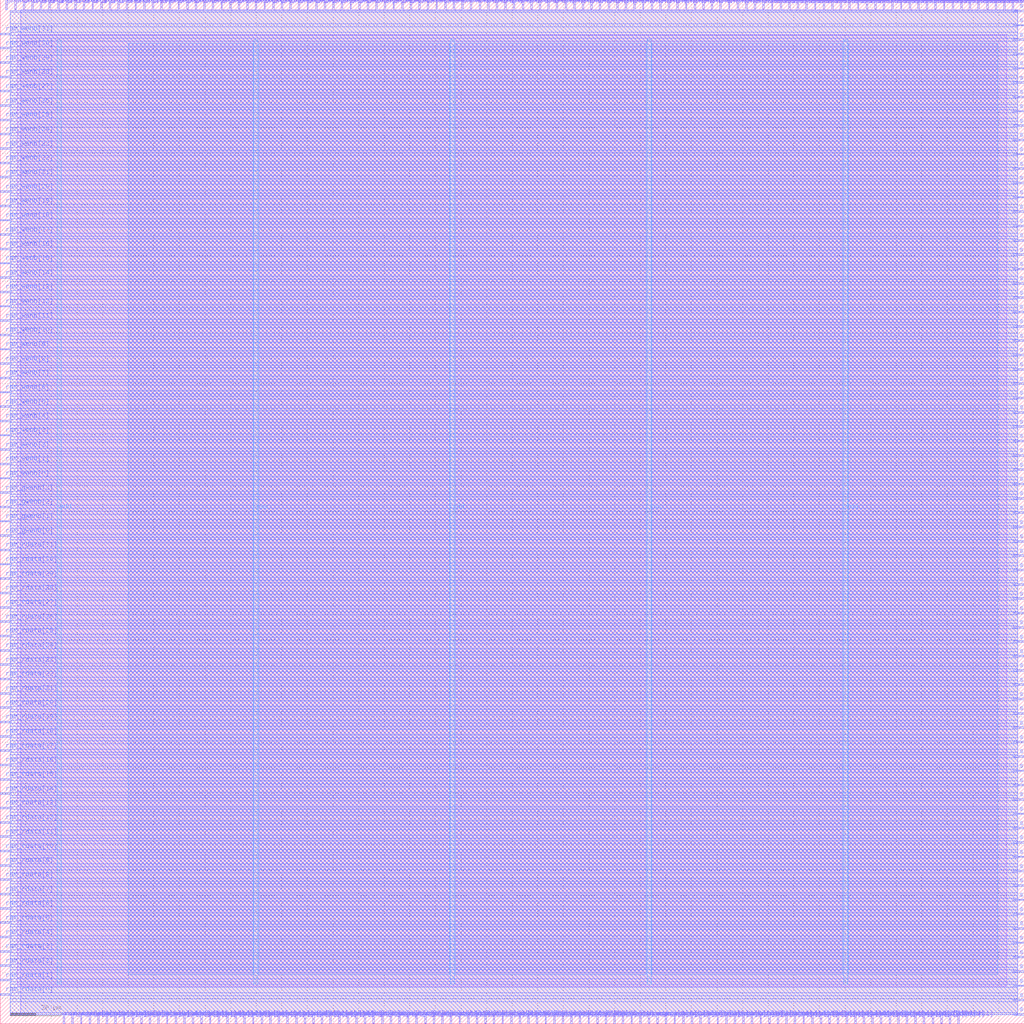
<source format=lef>
VERSION 5.7 ;
  NOWIREEXTENSIONATPIN ON ;
  DIVIDERCHAR "/" ;
  BUSBITCHARS "[]" ;
MACRO simple_interconnect
  CLASS BLOCK ;
  FOREIGN simple_interconnect ;
  ORIGIN 0.000 0.000 ;
  SIZE 400.000 BY 400.000 ;
  PIN clk
    DIRECTION INPUT ;
    USE SIGNAL ;
    ANTENNAGATEAREA 4.738000 ;
    ANTENNADIFFAREA 0.410400 ;
    PORT
      LAYER Metal2 ;
        RECT 370.720 0.000 371.280 4.000 ;
    END
  END clk
  PIN gpio_in[0]
    DIRECTION INPUT ;
    USE SIGNAL ;
    PORT
      LAYER Metal2 ;
        RECT 2.240 396.000 2.800 400.000 ;
    END
  END gpio_in[0]
  PIN gpio_in[10]
    DIRECTION INPUT ;
    USE SIGNAL ;
    PORT
      LAYER Metal2 ;
        RECT 35.840 396.000 36.400 400.000 ;
    END
  END gpio_in[10]
  PIN gpio_in[11]
    DIRECTION INPUT ;
    USE SIGNAL ;
    PORT
      LAYER Metal2 ;
        RECT 39.200 396.000 39.760 400.000 ;
    END
  END gpio_in[11]
  PIN gpio_in[12]
    DIRECTION INPUT ;
    USE SIGNAL ;
    PORT
      LAYER Metal2 ;
        RECT 42.560 396.000 43.120 400.000 ;
    END
  END gpio_in[12]
  PIN gpio_in[13]
    DIRECTION INPUT ;
    USE SIGNAL ;
    PORT
      LAYER Metal2 ;
        RECT 45.920 396.000 46.480 400.000 ;
    END
  END gpio_in[13]
  PIN gpio_in[14]
    DIRECTION INPUT ;
    USE SIGNAL ;
    PORT
      LAYER Metal2 ;
        RECT 49.280 396.000 49.840 400.000 ;
    END
  END gpio_in[14]
  PIN gpio_in[15]
    DIRECTION INPUT ;
    USE SIGNAL ;
    PORT
      LAYER Metal2 ;
        RECT 52.640 396.000 53.200 400.000 ;
    END
  END gpio_in[15]
  PIN gpio_in[1]
    DIRECTION INPUT ;
    USE SIGNAL ;
    PORT
      LAYER Metal2 ;
        RECT 5.600 396.000 6.160 400.000 ;
    END
  END gpio_in[1]
  PIN gpio_in[2]
    DIRECTION INPUT ;
    USE SIGNAL ;
    PORT
      LAYER Metal2 ;
        RECT 8.960 396.000 9.520 400.000 ;
    END
  END gpio_in[2]
  PIN gpio_in[3]
    DIRECTION INPUT ;
    USE SIGNAL ;
    PORT
      LAYER Metal2 ;
        RECT 12.320 396.000 12.880 400.000 ;
    END
  END gpio_in[3]
  PIN gpio_in[4]
    DIRECTION INPUT ;
    USE SIGNAL ;
    PORT
      LAYER Metal2 ;
        RECT 15.680 396.000 16.240 400.000 ;
    END
  END gpio_in[4]
  PIN gpio_in[5]
    DIRECTION INPUT ;
    USE SIGNAL ;
    PORT
      LAYER Metal2 ;
        RECT 19.040 396.000 19.600 400.000 ;
    END
  END gpio_in[5]
  PIN gpio_in[6]
    DIRECTION INPUT ;
    USE SIGNAL ;
    PORT
      LAYER Metal2 ;
        RECT 22.400 396.000 22.960 400.000 ;
    END
  END gpio_in[6]
  PIN gpio_in[7]
    DIRECTION INPUT ;
    USE SIGNAL ;
    PORT
      LAYER Metal2 ;
        RECT 25.760 396.000 26.320 400.000 ;
    END
  END gpio_in[7]
  PIN gpio_in[8]
    DIRECTION INPUT ;
    USE SIGNAL ;
    PORT
      LAYER Metal2 ;
        RECT 29.120 396.000 29.680 400.000 ;
    END
  END gpio_in[8]
  PIN gpio_in[9]
    DIRECTION INPUT ;
    USE SIGNAL ;
    PORT
      LAYER Metal2 ;
        RECT 32.480 396.000 33.040 400.000 ;
    END
  END gpio_in[9]
  PIN gpio_oeb[0]
    DIRECTION OUTPUT TRISTATE ;
    USE SIGNAL ;
    ANTENNADIFFAREA 0.360800 ;
    PORT
      LAYER Metal2 ;
        RECT 109.760 396.000 110.320 400.000 ;
    END
  END gpio_oeb[0]
  PIN gpio_oeb[10]
    DIRECTION OUTPUT TRISTATE ;
    USE SIGNAL ;
    ANTENNADIFFAREA 0.360800 ;
    PORT
      LAYER Metal2 ;
        RECT 143.360 396.000 143.920 400.000 ;
    END
  END gpio_oeb[10]
  PIN gpio_oeb[11]
    DIRECTION OUTPUT TRISTATE ;
    USE SIGNAL ;
    ANTENNADIFFAREA 0.360800 ;
    PORT
      LAYER Metal2 ;
        RECT 146.720 396.000 147.280 400.000 ;
    END
  END gpio_oeb[11]
  PIN gpio_oeb[12]
    DIRECTION OUTPUT TRISTATE ;
    USE SIGNAL ;
    ANTENNADIFFAREA 0.360800 ;
    PORT
      LAYER Metal2 ;
        RECT 150.080 396.000 150.640 400.000 ;
    END
  END gpio_oeb[12]
  PIN gpio_oeb[13]
    DIRECTION OUTPUT TRISTATE ;
    USE SIGNAL ;
    ANTENNADIFFAREA 0.360800 ;
    PORT
      LAYER Metal2 ;
        RECT 153.440 396.000 154.000 400.000 ;
    END
  END gpio_oeb[13]
  PIN gpio_oeb[14]
    DIRECTION OUTPUT TRISTATE ;
    USE SIGNAL ;
    ANTENNADIFFAREA 0.360800 ;
    PORT
      LAYER Metal2 ;
        RECT 156.800 396.000 157.360 400.000 ;
    END
  END gpio_oeb[14]
  PIN gpio_oeb[15]
    DIRECTION OUTPUT TRISTATE ;
    USE SIGNAL ;
    ANTENNADIFFAREA 0.360800 ;
    PORT
      LAYER Metal2 ;
        RECT 160.160 396.000 160.720 400.000 ;
    END
  END gpio_oeb[15]
  PIN gpio_oeb[1]
    DIRECTION OUTPUT TRISTATE ;
    USE SIGNAL ;
    ANTENNADIFFAREA 0.360800 ;
    PORT
      LAYER Metal2 ;
        RECT 113.120 396.000 113.680 400.000 ;
    END
  END gpio_oeb[1]
  PIN gpio_oeb[2]
    DIRECTION OUTPUT TRISTATE ;
    USE SIGNAL ;
    ANTENNADIFFAREA 0.360800 ;
    PORT
      LAYER Metal2 ;
        RECT 116.480 396.000 117.040 400.000 ;
    END
  END gpio_oeb[2]
  PIN gpio_oeb[3]
    DIRECTION OUTPUT TRISTATE ;
    USE SIGNAL ;
    ANTENNADIFFAREA 0.360800 ;
    PORT
      LAYER Metal2 ;
        RECT 119.840 396.000 120.400 400.000 ;
    END
  END gpio_oeb[3]
  PIN gpio_oeb[4]
    DIRECTION OUTPUT TRISTATE ;
    USE SIGNAL ;
    ANTENNADIFFAREA 0.360800 ;
    PORT
      LAYER Metal2 ;
        RECT 123.200 396.000 123.760 400.000 ;
    END
  END gpio_oeb[4]
  PIN gpio_oeb[5]
    DIRECTION OUTPUT TRISTATE ;
    USE SIGNAL ;
    ANTENNADIFFAREA 0.360800 ;
    PORT
      LAYER Metal2 ;
        RECT 126.560 396.000 127.120 400.000 ;
    END
  END gpio_oeb[5]
  PIN gpio_oeb[6]
    DIRECTION OUTPUT TRISTATE ;
    USE SIGNAL ;
    ANTENNADIFFAREA 0.360800 ;
    PORT
      LAYER Metal2 ;
        RECT 129.920 396.000 130.480 400.000 ;
    END
  END gpio_oeb[6]
  PIN gpio_oeb[7]
    DIRECTION OUTPUT TRISTATE ;
    USE SIGNAL ;
    ANTENNADIFFAREA 0.360800 ;
    PORT
      LAYER Metal2 ;
        RECT 133.280 396.000 133.840 400.000 ;
    END
  END gpio_oeb[7]
  PIN gpio_oeb[8]
    DIRECTION OUTPUT TRISTATE ;
    USE SIGNAL ;
    ANTENNADIFFAREA 0.360800 ;
    PORT
      LAYER Metal2 ;
        RECT 136.640 396.000 137.200 400.000 ;
    END
  END gpio_oeb[8]
  PIN gpio_oeb[9]
    DIRECTION OUTPUT TRISTATE ;
    USE SIGNAL ;
    ANTENNADIFFAREA 0.360800 ;
    PORT
      LAYER Metal2 ;
        RECT 140.000 396.000 140.560 400.000 ;
    END
  END gpio_oeb[9]
  PIN gpio_out[0]
    DIRECTION OUTPUT TRISTATE ;
    USE SIGNAL ;
    ANTENNADIFFAREA 4.731200 ;
    PORT
      LAYER Metal2 ;
        RECT 56.000 396.000 56.560 400.000 ;
    END
  END gpio_out[0]
  PIN gpio_out[10]
    DIRECTION OUTPUT TRISTATE ;
    USE SIGNAL ;
    ANTENNADIFFAREA 4.731200 ;
    PORT
      LAYER Metal2 ;
        RECT 89.600 396.000 90.160 400.000 ;
    END
  END gpio_out[10]
  PIN gpio_out[11]
    DIRECTION OUTPUT TRISTATE ;
    USE SIGNAL ;
    ANTENNADIFFAREA 4.731200 ;
    PORT
      LAYER Metal2 ;
        RECT 92.960 396.000 93.520 400.000 ;
    END
  END gpio_out[11]
  PIN gpio_out[12]
    DIRECTION OUTPUT TRISTATE ;
    USE SIGNAL ;
    ANTENNADIFFAREA 4.731200 ;
    PORT
      LAYER Metal2 ;
        RECT 96.320 396.000 96.880 400.000 ;
    END
  END gpio_out[12]
  PIN gpio_out[13]
    DIRECTION OUTPUT TRISTATE ;
    USE SIGNAL ;
    ANTENNADIFFAREA 4.731200 ;
    PORT
      LAYER Metal2 ;
        RECT 99.680 396.000 100.240 400.000 ;
    END
  END gpio_out[13]
  PIN gpio_out[14]
    DIRECTION OUTPUT TRISTATE ;
    USE SIGNAL ;
    ANTENNADIFFAREA 4.731200 ;
    PORT
      LAYER Metal2 ;
        RECT 103.040 396.000 103.600 400.000 ;
    END
  END gpio_out[14]
  PIN gpio_out[15]
    DIRECTION OUTPUT TRISTATE ;
    USE SIGNAL ;
    ANTENNADIFFAREA 4.731200 ;
    PORT
      LAYER Metal2 ;
        RECT 106.400 396.000 106.960 400.000 ;
    END
  END gpio_out[15]
  PIN gpio_out[1]
    DIRECTION OUTPUT TRISTATE ;
    USE SIGNAL ;
    ANTENNADIFFAREA 4.731200 ;
    PORT
      LAYER Metal2 ;
        RECT 59.360 396.000 59.920 400.000 ;
    END
  END gpio_out[1]
  PIN gpio_out[2]
    DIRECTION OUTPUT TRISTATE ;
    USE SIGNAL ;
    ANTENNADIFFAREA 4.731200 ;
    PORT
      LAYER Metal2 ;
        RECT 62.720 396.000 63.280 400.000 ;
    END
  END gpio_out[2]
  PIN gpio_out[3]
    DIRECTION OUTPUT TRISTATE ;
    USE SIGNAL ;
    ANTENNADIFFAREA 4.731200 ;
    PORT
      LAYER Metal2 ;
        RECT 66.080 396.000 66.640 400.000 ;
    END
  END gpio_out[3]
  PIN gpio_out[4]
    DIRECTION OUTPUT TRISTATE ;
    USE SIGNAL ;
    ANTENNADIFFAREA 4.731200 ;
    PORT
      LAYER Metal2 ;
        RECT 69.440 396.000 70.000 400.000 ;
    END
  END gpio_out[4]
  PIN gpio_out[5]
    DIRECTION OUTPUT TRISTATE ;
    USE SIGNAL ;
    ANTENNADIFFAREA 4.731200 ;
    PORT
      LAYER Metal2 ;
        RECT 72.800 396.000 73.360 400.000 ;
    END
  END gpio_out[5]
  PIN gpio_out[6]
    DIRECTION OUTPUT TRISTATE ;
    USE SIGNAL ;
    ANTENNADIFFAREA 4.731200 ;
    PORT
      LAYER Metal2 ;
        RECT 76.160 396.000 76.720 400.000 ;
    END
  END gpio_out[6]
  PIN gpio_out[7]
    DIRECTION OUTPUT TRISTATE ;
    USE SIGNAL ;
    ANTENNADIFFAREA 4.731200 ;
    PORT
      LAYER Metal2 ;
        RECT 79.520 396.000 80.080 400.000 ;
    END
  END gpio_out[7]
  PIN gpio_out[8]
    DIRECTION OUTPUT TRISTATE ;
    USE SIGNAL ;
    ANTENNADIFFAREA 4.731200 ;
    PORT
      LAYER Metal2 ;
        RECT 82.880 396.000 83.440 400.000 ;
    END
  END gpio_out[8]
  PIN gpio_out[9]
    DIRECTION OUTPUT TRISTATE ;
    USE SIGNAL ;
    ANTENNADIFFAREA 4.731200 ;
    PORT
      LAYER Metal2 ;
        RECT 86.240 396.000 86.800 400.000 ;
    END
  END gpio_out[9]
  PIN mem_addr[0]
    DIRECTION INPUT ;
    USE SIGNAL ;
    ANTENNAGATEAREA 0.741000 ;
    ANTENNADIFFAREA 0.410400 ;
    PORT
      LAYER Metal2 ;
        RECT 132.160 0.000 132.720 4.000 ;
    END
  END mem_addr[0]
  PIN mem_addr[10]
    DIRECTION INPUT ;
    USE SIGNAL ;
    ANTENNAGATEAREA 0.741000 ;
    ANTENNADIFFAREA 0.410400 ;
    PORT
      LAYER Metal2 ;
        RECT 165.760 0.000 166.320 4.000 ;
    END
  END mem_addr[10]
  PIN mem_addr[11]
    DIRECTION INPUT ;
    USE SIGNAL ;
    ANTENNAGATEAREA 0.726000 ;
    ANTENNADIFFAREA 0.410400 ;
    PORT
      LAYER Metal2 ;
        RECT 169.120 0.000 169.680 4.000 ;
    END
  END mem_addr[11]
  PIN mem_addr[12]
    DIRECTION INPUT ;
    USE SIGNAL ;
    ANTENNAGATEAREA 0.741000 ;
    ANTENNADIFFAREA 0.410400 ;
    PORT
      LAYER Metal2 ;
        RECT 172.480 0.000 173.040 4.000 ;
    END
  END mem_addr[12]
  PIN mem_addr[13]
    DIRECTION INPUT ;
    USE SIGNAL ;
    ANTENNAGATEAREA 0.498500 ;
    ANTENNADIFFAREA 0.410400 ;
    PORT
      LAYER Metal2 ;
        RECT 175.840 0.000 176.400 4.000 ;
    END
  END mem_addr[13]
  PIN mem_addr[14]
    DIRECTION INPUT ;
    USE SIGNAL ;
    ANTENNAGATEAREA 0.741000 ;
    ANTENNADIFFAREA 0.410400 ;
    PORT
      LAYER Metal2 ;
        RECT 179.200 0.000 179.760 4.000 ;
    END
  END mem_addr[14]
  PIN mem_addr[15]
    DIRECTION INPUT ;
    USE SIGNAL ;
    ANTENNAGATEAREA 0.741000 ;
    ANTENNADIFFAREA 0.410400 ;
    PORT
      LAYER Metal2 ;
        RECT 182.560 0.000 183.120 4.000 ;
    END
  END mem_addr[15]
  PIN mem_addr[16]
    DIRECTION INPUT ;
    USE SIGNAL ;
    ANTENNAGATEAREA 0.741000 ;
    ANTENNADIFFAREA 0.410400 ;
    PORT
      LAYER Metal2 ;
        RECT 185.920 0.000 186.480 4.000 ;
    END
  END mem_addr[16]
  PIN mem_addr[17]
    DIRECTION INPUT ;
    USE SIGNAL ;
    ANTENNAGATEAREA 0.741000 ;
    ANTENNADIFFAREA 0.410400 ;
    PORT
      LAYER Metal2 ;
        RECT 189.280 0.000 189.840 4.000 ;
    END
  END mem_addr[17]
  PIN mem_addr[18]
    DIRECTION INPUT ;
    USE SIGNAL ;
    ANTENNAGATEAREA 0.741000 ;
    ANTENNADIFFAREA 0.410400 ;
    PORT
      LAYER Metal2 ;
        RECT 192.640 0.000 193.200 4.000 ;
    END
  END mem_addr[18]
  PIN mem_addr[19]
    DIRECTION INPUT ;
    USE SIGNAL ;
    ANTENNAGATEAREA 0.741000 ;
    ANTENNADIFFAREA 0.410400 ;
    PORT
      LAYER Metal2 ;
        RECT 196.000 0.000 196.560 4.000 ;
    END
  END mem_addr[19]
  PIN mem_addr[1]
    DIRECTION INPUT ;
    USE SIGNAL ;
    ANTENNAGATEAREA 0.741000 ;
    ANTENNADIFFAREA 0.410400 ;
    PORT
      LAYER Metal2 ;
        RECT 135.520 0.000 136.080 4.000 ;
    END
  END mem_addr[1]
  PIN mem_addr[20]
    DIRECTION INPUT ;
    USE SIGNAL ;
    ANTENNAGATEAREA 0.741000 ;
    ANTENNADIFFAREA 0.410400 ;
    PORT
      LAYER Metal2 ;
        RECT 199.360 0.000 199.920 4.000 ;
    END
  END mem_addr[20]
  PIN mem_addr[21]
    DIRECTION INPUT ;
    USE SIGNAL ;
    ANTENNAGATEAREA 0.741000 ;
    ANTENNADIFFAREA 0.410400 ;
    PORT
      LAYER Metal2 ;
        RECT 202.720 0.000 203.280 4.000 ;
    END
  END mem_addr[21]
  PIN mem_addr[22]
    DIRECTION INPUT ;
    USE SIGNAL ;
    ANTENNAGATEAREA 0.741000 ;
    ANTENNADIFFAREA 0.410400 ;
    PORT
      LAYER Metal2 ;
        RECT 206.080 0.000 206.640 4.000 ;
    END
  END mem_addr[22]
  PIN mem_addr[23]
    DIRECTION INPUT ;
    USE SIGNAL ;
    ANTENNAGATEAREA 0.741000 ;
    ANTENNADIFFAREA 0.410400 ;
    PORT
      LAYER Metal2 ;
        RECT 209.440 0.000 210.000 4.000 ;
    END
  END mem_addr[23]
  PIN mem_addr[24]
    DIRECTION INPUT ;
    USE SIGNAL ;
    ANTENNAGATEAREA 0.498500 ;
    ANTENNADIFFAREA 0.410400 ;
    PORT
      LAYER Metal2 ;
        RECT 212.800 0.000 213.360 4.000 ;
    END
  END mem_addr[24]
  PIN mem_addr[25]
    DIRECTION INPUT ;
    USE SIGNAL ;
    ANTENNAGATEAREA 1.102000 ;
    ANTENNADIFFAREA 0.410400 ;
    PORT
      LAYER Metal2 ;
        RECT 216.160 0.000 216.720 4.000 ;
    END
  END mem_addr[25]
  PIN mem_addr[26]
    DIRECTION INPUT ;
    USE SIGNAL ;
    ANTENNAGATEAREA 0.741000 ;
    ANTENNADIFFAREA 0.410400 ;
    PORT
      LAYER Metal2 ;
        RECT 219.520 0.000 220.080 4.000 ;
    END
  END mem_addr[26]
  PIN mem_addr[27]
    DIRECTION INPUT ;
    USE SIGNAL ;
    ANTENNAGATEAREA 0.741000 ;
    ANTENNADIFFAREA 0.410400 ;
    PORT
      LAYER Metal2 ;
        RECT 222.880 0.000 223.440 4.000 ;
    END
  END mem_addr[27]
  PIN mem_addr[28]
    DIRECTION INPUT ;
    USE SIGNAL ;
    ANTENNAGATEAREA 0.741000 ;
    ANTENNADIFFAREA 0.410400 ;
    PORT
      LAYER Metal2 ;
        RECT 226.240 0.000 226.800 4.000 ;
    END
  END mem_addr[28]
  PIN mem_addr[29]
    DIRECTION INPUT ;
    USE SIGNAL ;
    ANTENNAGATEAREA 0.741000 ;
    ANTENNADIFFAREA 0.410400 ;
    PORT
      LAYER Metal2 ;
        RECT 229.600 0.000 230.160 4.000 ;
    END
  END mem_addr[29]
  PIN mem_addr[2]
    DIRECTION INPUT ;
    USE SIGNAL ;
    ANTENNAGATEAREA 0.498500 ;
    ANTENNADIFFAREA 0.410400 ;
    PORT
      LAYER Metal2 ;
        RECT 138.880 0.000 139.440 4.000 ;
    END
  END mem_addr[2]
  PIN mem_addr[30]
    DIRECTION INPUT ;
    USE SIGNAL ;
    ANTENNAGATEAREA 0.741000 ;
    ANTENNADIFFAREA 0.410400 ;
    PORT
      LAYER Metal2 ;
        RECT 232.960 0.000 233.520 4.000 ;
    END
  END mem_addr[30]
  PIN mem_addr[31]
    DIRECTION INPUT ;
    USE SIGNAL ;
    ANTENNAGATEAREA 0.741000 ;
    ANTENNADIFFAREA 0.410400 ;
    PORT
      LAYER Metal2 ;
        RECT 236.320 0.000 236.880 4.000 ;
    END
  END mem_addr[31]
  PIN mem_addr[3]
    DIRECTION INPUT ;
    USE SIGNAL ;
    ANTENNAGATEAREA 0.726000 ;
    ANTENNADIFFAREA 0.410400 ;
    PORT
      LAYER Metal2 ;
        RECT 142.240 0.000 142.800 4.000 ;
    END
  END mem_addr[3]
  PIN mem_addr[4]
    DIRECTION INPUT ;
    USE SIGNAL ;
    ANTENNAGATEAREA 0.741000 ;
    ANTENNADIFFAREA 0.410400 ;
    PORT
      LAYER Metal2 ;
        RECT 145.600 0.000 146.160 4.000 ;
    END
  END mem_addr[4]
  PIN mem_addr[5]
    DIRECTION INPUT ;
    USE SIGNAL ;
    ANTENNAGATEAREA 0.741000 ;
    ANTENNADIFFAREA 0.410400 ;
    PORT
      LAYER Metal2 ;
        RECT 148.960 0.000 149.520 4.000 ;
    END
  END mem_addr[5]
  PIN mem_addr[6]
    DIRECTION INPUT ;
    USE SIGNAL ;
    ANTENNAGATEAREA 0.741000 ;
    ANTENNADIFFAREA 0.410400 ;
    PORT
      LAYER Metal2 ;
        RECT 152.320 0.000 152.880 4.000 ;
    END
  END mem_addr[6]
  PIN mem_addr[7]
    DIRECTION INPUT ;
    USE SIGNAL ;
    ANTENNAGATEAREA 0.741000 ;
    ANTENNADIFFAREA 0.410400 ;
    PORT
      LAYER Metal2 ;
        RECT 155.680 0.000 156.240 4.000 ;
    END
  END mem_addr[7]
  PIN mem_addr[8]
    DIRECTION INPUT ;
    USE SIGNAL ;
    ANTENNAGATEAREA 0.741000 ;
    ANTENNADIFFAREA 0.410400 ;
    PORT
      LAYER Metal2 ;
        RECT 159.040 0.000 159.600 4.000 ;
    END
  END mem_addr[8]
  PIN mem_addr[9]
    DIRECTION INPUT ;
    USE SIGNAL ;
    ANTENNAGATEAREA 0.741000 ;
    ANTENNADIFFAREA 0.410400 ;
    PORT
      LAYER Metal2 ;
        RECT 162.400 0.000 162.960 4.000 ;
    END
  END mem_addr[9]
  PIN mem_instr
    DIRECTION INPUT ;
    USE SIGNAL ;
    PORT
      LAYER Metal2 ;
        RECT 243.040 0.000 243.600 4.000 ;
    END
  END mem_instr
  PIN mem_rdata[0]
    DIRECTION OUTPUT TRISTATE ;
    USE SIGNAL ;
    ANTENNADIFFAREA 4.731200 ;
    PORT
      LAYER Metal2 ;
        RECT 263.200 0.000 263.760 4.000 ;
    END
  END mem_rdata[0]
  PIN mem_rdata[10]
    DIRECTION OUTPUT TRISTATE ;
    USE SIGNAL ;
    ANTENNADIFFAREA 4.731200 ;
    PORT
      LAYER Metal2 ;
        RECT 296.800 0.000 297.360 4.000 ;
    END
  END mem_rdata[10]
  PIN mem_rdata[11]
    DIRECTION OUTPUT TRISTATE ;
    USE SIGNAL ;
    ANTENNADIFFAREA 4.731200 ;
    PORT
      LAYER Metal2 ;
        RECT 300.160 0.000 300.720 4.000 ;
    END
  END mem_rdata[11]
  PIN mem_rdata[12]
    DIRECTION OUTPUT TRISTATE ;
    USE SIGNAL ;
    ANTENNADIFFAREA 4.731200 ;
    PORT
      LAYER Metal2 ;
        RECT 303.520 0.000 304.080 4.000 ;
    END
  END mem_rdata[12]
  PIN mem_rdata[13]
    DIRECTION OUTPUT TRISTATE ;
    USE SIGNAL ;
    ANTENNADIFFAREA 4.731200 ;
    PORT
      LAYER Metal2 ;
        RECT 306.880 0.000 307.440 4.000 ;
    END
  END mem_rdata[13]
  PIN mem_rdata[14]
    DIRECTION OUTPUT TRISTATE ;
    USE SIGNAL ;
    ANTENNADIFFAREA 4.731200 ;
    PORT
      LAYER Metal2 ;
        RECT 310.240 0.000 310.800 4.000 ;
    END
  END mem_rdata[14]
  PIN mem_rdata[15]
    DIRECTION OUTPUT TRISTATE ;
    USE SIGNAL ;
    ANTENNADIFFAREA 4.731200 ;
    PORT
      LAYER Metal2 ;
        RECT 313.600 0.000 314.160 4.000 ;
    END
  END mem_rdata[15]
  PIN mem_rdata[16]
    DIRECTION OUTPUT TRISTATE ;
    USE SIGNAL ;
    ANTENNADIFFAREA 4.731200 ;
    PORT
      LAYER Metal2 ;
        RECT 316.960 0.000 317.520 4.000 ;
    END
  END mem_rdata[16]
  PIN mem_rdata[17]
    DIRECTION OUTPUT TRISTATE ;
    USE SIGNAL ;
    ANTENNADIFFAREA 4.731200 ;
    PORT
      LAYER Metal2 ;
        RECT 320.320 0.000 320.880 4.000 ;
    END
  END mem_rdata[17]
  PIN mem_rdata[18]
    DIRECTION OUTPUT TRISTATE ;
    USE SIGNAL ;
    ANTENNADIFFAREA 4.731200 ;
    PORT
      LAYER Metal2 ;
        RECT 323.680 0.000 324.240 4.000 ;
    END
  END mem_rdata[18]
  PIN mem_rdata[19]
    DIRECTION OUTPUT TRISTATE ;
    USE SIGNAL ;
    ANTENNADIFFAREA 4.731200 ;
    PORT
      LAYER Metal2 ;
        RECT 327.040 0.000 327.600 4.000 ;
    END
  END mem_rdata[19]
  PIN mem_rdata[1]
    DIRECTION OUTPUT TRISTATE ;
    USE SIGNAL ;
    ANTENNADIFFAREA 4.731200 ;
    PORT
      LAYER Metal2 ;
        RECT 266.560 0.000 267.120 4.000 ;
    END
  END mem_rdata[1]
  PIN mem_rdata[20]
    DIRECTION OUTPUT TRISTATE ;
    USE SIGNAL ;
    ANTENNADIFFAREA 4.731200 ;
    PORT
      LAYER Metal2 ;
        RECT 330.400 0.000 330.960 4.000 ;
    END
  END mem_rdata[20]
  PIN mem_rdata[21]
    DIRECTION OUTPUT TRISTATE ;
    USE SIGNAL ;
    ANTENNADIFFAREA 4.731200 ;
    PORT
      LAYER Metal2 ;
        RECT 333.760 0.000 334.320 4.000 ;
    END
  END mem_rdata[21]
  PIN mem_rdata[22]
    DIRECTION OUTPUT TRISTATE ;
    USE SIGNAL ;
    ANTENNADIFFAREA 4.731200 ;
    PORT
      LAYER Metal2 ;
        RECT 337.120 0.000 337.680 4.000 ;
    END
  END mem_rdata[22]
  PIN mem_rdata[23]
    DIRECTION OUTPUT TRISTATE ;
    USE SIGNAL ;
    ANTENNADIFFAREA 4.731200 ;
    PORT
      LAYER Metal2 ;
        RECT 340.480 0.000 341.040 4.000 ;
    END
  END mem_rdata[23]
  PIN mem_rdata[24]
    DIRECTION OUTPUT TRISTATE ;
    USE SIGNAL ;
    ANTENNADIFFAREA 4.731200 ;
    PORT
      LAYER Metal2 ;
        RECT 343.840 0.000 344.400 4.000 ;
    END
  END mem_rdata[24]
  PIN mem_rdata[25]
    DIRECTION OUTPUT TRISTATE ;
    USE SIGNAL ;
    ANTENNADIFFAREA 4.731200 ;
    PORT
      LAYER Metal2 ;
        RECT 347.200 0.000 347.760 4.000 ;
    END
  END mem_rdata[25]
  PIN mem_rdata[26]
    DIRECTION OUTPUT TRISTATE ;
    USE SIGNAL ;
    ANTENNADIFFAREA 4.731200 ;
    PORT
      LAYER Metal2 ;
        RECT 350.560 0.000 351.120 4.000 ;
    END
  END mem_rdata[26]
  PIN mem_rdata[27]
    DIRECTION OUTPUT TRISTATE ;
    USE SIGNAL ;
    ANTENNADIFFAREA 4.731200 ;
    PORT
      LAYER Metal2 ;
        RECT 353.920 0.000 354.480 4.000 ;
    END
  END mem_rdata[27]
  PIN mem_rdata[28]
    DIRECTION OUTPUT TRISTATE ;
    USE SIGNAL ;
    ANTENNADIFFAREA 4.731200 ;
    PORT
      LAYER Metal2 ;
        RECT 357.280 0.000 357.840 4.000 ;
    END
  END mem_rdata[28]
  PIN mem_rdata[29]
    DIRECTION OUTPUT TRISTATE ;
    USE SIGNAL ;
    ANTENNADIFFAREA 4.731200 ;
    PORT
      LAYER Metal2 ;
        RECT 360.640 0.000 361.200 4.000 ;
    END
  END mem_rdata[29]
  PIN mem_rdata[2]
    DIRECTION OUTPUT TRISTATE ;
    USE SIGNAL ;
    ANTENNADIFFAREA 4.731200 ;
    PORT
      LAYER Metal2 ;
        RECT 269.920 0.000 270.480 4.000 ;
    END
  END mem_rdata[2]
  PIN mem_rdata[30]
    DIRECTION OUTPUT TRISTATE ;
    USE SIGNAL ;
    ANTENNADIFFAREA 4.731200 ;
    PORT
      LAYER Metal2 ;
        RECT 364.000 0.000 364.560 4.000 ;
    END
  END mem_rdata[30]
  PIN mem_rdata[31]
    DIRECTION OUTPUT TRISTATE ;
    USE SIGNAL ;
    ANTENNADIFFAREA 4.731200 ;
    PORT
      LAYER Metal2 ;
        RECT 367.360 0.000 367.920 4.000 ;
    END
  END mem_rdata[31]
  PIN mem_rdata[3]
    DIRECTION OUTPUT TRISTATE ;
    USE SIGNAL ;
    ANTENNADIFFAREA 4.731200 ;
    PORT
      LAYER Metal2 ;
        RECT 273.280 0.000 273.840 4.000 ;
    END
  END mem_rdata[3]
  PIN mem_rdata[4]
    DIRECTION OUTPUT TRISTATE ;
    USE SIGNAL ;
    ANTENNADIFFAREA 4.731200 ;
    PORT
      LAYER Metal2 ;
        RECT 276.640 0.000 277.200 4.000 ;
    END
  END mem_rdata[4]
  PIN mem_rdata[5]
    DIRECTION OUTPUT TRISTATE ;
    USE SIGNAL ;
    ANTENNADIFFAREA 4.731200 ;
    PORT
      LAYER Metal2 ;
        RECT 280.000 0.000 280.560 4.000 ;
    END
  END mem_rdata[5]
  PIN mem_rdata[6]
    DIRECTION OUTPUT TRISTATE ;
    USE SIGNAL ;
    ANTENNADIFFAREA 4.731200 ;
    PORT
      LAYER Metal2 ;
        RECT 283.360 0.000 283.920 4.000 ;
    END
  END mem_rdata[6]
  PIN mem_rdata[7]
    DIRECTION OUTPUT TRISTATE ;
    USE SIGNAL ;
    ANTENNADIFFAREA 4.731200 ;
    PORT
      LAYER Metal2 ;
        RECT 286.720 0.000 287.280 4.000 ;
    END
  END mem_rdata[7]
  PIN mem_rdata[8]
    DIRECTION OUTPUT TRISTATE ;
    USE SIGNAL ;
    ANTENNADIFFAREA 4.731200 ;
    PORT
      LAYER Metal2 ;
        RECT 290.080 0.000 290.640 4.000 ;
    END
  END mem_rdata[8]
  PIN mem_rdata[9]
    DIRECTION OUTPUT TRISTATE ;
    USE SIGNAL ;
    ANTENNADIFFAREA 4.731200 ;
    PORT
      LAYER Metal2 ;
        RECT 293.440 0.000 294.000 4.000 ;
    END
  END mem_rdata[9]
  PIN mem_ready
    DIRECTION OUTPUT TRISTATE ;
    USE SIGNAL ;
    ANTENNADIFFAREA 4.731200 ;
    PORT
      LAYER Metal2 ;
        RECT 246.400 0.000 246.960 4.000 ;
    END
  END mem_ready
  PIN mem_valid
    DIRECTION INPUT ;
    USE SIGNAL ;
    ANTENNAGATEAREA 0.726000 ;
    ANTENNADIFFAREA 0.410400 ;
    PORT
      LAYER Metal2 ;
        RECT 239.680 0.000 240.240 4.000 ;
    END
  END mem_valid
  PIN mem_wdata[0]
    DIRECTION INPUT ;
    USE SIGNAL ;
    ANTENNAGATEAREA 0.741000 ;
    ANTENNADIFFAREA 0.410400 ;
    PORT
      LAYER Metal2 ;
        RECT 24.640 0.000 25.200 4.000 ;
    END
  END mem_wdata[0]
  PIN mem_wdata[10]
    DIRECTION INPUT ;
    USE SIGNAL ;
    ANTENNAGATEAREA 0.741000 ;
    ANTENNADIFFAREA 0.410400 ;
    PORT
      LAYER Metal2 ;
        RECT 58.240 0.000 58.800 4.000 ;
    END
  END mem_wdata[10]
  PIN mem_wdata[11]
    DIRECTION INPUT ;
    USE SIGNAL ;
    ANTENNAGATEAREA 0.741000 ;
    ANTENNADIFFAREA 0.410400 ;
    PORT
      LAYER Metal2 ;
        RECT 61.600 0.000 62.160 4.000 ;
    END
  END mem_wdata[11]
  PIN mem_wdata[12]
    DIRECTION INPUT ;
    USE SIGNAL ;
    ANTENNAGATEAREA 0.741000 ;
    ANTENNADIFFAREA 0.410400 ;
    PORT
      LAYER Metal2 ;
        RECT 64.960 0.000 65.520 4.000 ;
    END
  END mem_wdata[12]
  PIN mem_wdata[13]
    DIRECTION INPUT ;
    USE SIGNAL ;
    ANTENNAGATEAREA 0.741000 ;
    ANTENNADIFFAREA 0.410400 ;
    PORT
      LAYER Metal2 ;
        RECT 68.320 0.000 68.880 4.000 ;
    END
  END mem_wdata[13]
  PIN mem_wdata[14]
    DIRECTION INPUT ;
    USE SIGNAL ;
    ANTENNAGATEAREA 0.741000 ;
    ANTENNADIFFAREA 0.410400 ;
    PORT
      LAYER Metal2 ;
        RECT 71.680 0.000 72.240 4.000 ;
    END
  END mem_wdata[14]
  PIN mem_wdata[15]
    DIRECTION INPUT ;
    USE SIGNAL ;
    ANTENNAGATEAREA 0.741000 ;
    ANTENNADIFFAREA 0.410400 ;
    PORT
      LAYER Metal2 ;
        RECT 75.040 0.000 75.600 4.000 ;
    END
  END mem_wdata[15]
  PIN mem_wdata[16]
    DIRECTION INPUT ;
    USE SIGNAL ;
    ANTENNAGATEAREA 0.741000 ;
    ANTENNADIFFAREA 0.410400 ;
    PORT
      LAYER Metal2 ;
        RECT 78.400 0.000 78.960 4.000 ;
    END
  END mem_wdata[16]
  PIN mem_wdata[17]
    DIRECTION INPUT ;
    USE SIGNAL ;
    ANTENNAGATEAREA 0.741000 ;
    ANTENNADIFFAREA 0.410400 ;
    PORT
      LAYER Metal2 ;
        RECT 81.760 0.000 82.320 4.000 ;
    END
  END mem_wdata[17]
  PIN mem_wdata[18]
    DIRECTION INPUT ;
    USE SIGNAL ;
    ANTENNAGATEAREA 0.741000 ;
    ANTENNADIFFAREA 0.410400 ;
    PORT
      LAYER Metal2 ;
        RECT 85.120 0.000 85.680 4.000 ;
    END
  END mem_wdata[18]
  PIN mem_wdata[19]
    DIRECTION INPUT ;
    USE SIGNAL ;
    ANTENNAGATEAREA 0.741000 ;
    ANTENNADIFFAREA 0.410400 ;
    PORT
      LAYER Metal2 ;
        RECT 88.480 0.000 89.040 4.000 ;
    END
  END mem_wdata[19]
  PIN mem_wdata[1]
    DIRECTION INPUT ;
    USE SIGNAL ;
    ANTENNAGATEAREA 0.741000 ;
    ANTENNADIFFAREA 0.410400 ;
    PORT
      LAYER Metal2 ;
        RECT 28.000 0.000 28.560 4.000 ;
    END
  END mem_wdata[1]
  PIN mem_wdata[20]
    DIRECTION INPUT ;
    USE SIGNAL ;
    ANTENNAGATEAREA 0.741000 ;
    ANTENNADIFFAREA 0.410400 ;
    PORT
      LAYER Metal2 ;
        RECT 91.840 0.000 92.400 4.000 ;
    END
  END mem_wdata[20]
  PIN mem_wdata[21]
    DIRECTION INPUT ;
    USE SIGNAL ;
    ANTENNAGATEAREA 0.741000 ;
    ANTENNADIFFAREA 0.410400 ;
    PORT
      LAYER Metal2 ;
        RECT 95.200 0.000 95.760 4.000 ;
    END
  END mem_wdata[21]
  PIN mem_wdata[22]
    DIRECTION INPUT ;
    USE SIGNAL ;
    ANTENNAGATEAREA 0.741000 ;
    ANTENNADIFFAREA 0.410400 ;
    PORT
      LAYER Metal2 ;
        RECT 98.560 0.000 99.120 4.000 ;
    END
  END mem_wdata[22]
  PIN mem_wdata[23]
    DIRECTION INPUT ;
    USE SIGNAL ;
    ANTENNAGATEAREA 0.741000 ;
    ANTENNADIFFAREA 0.410400 ;
    PORT
      LAYER Metal2 ;
        RECT 101.920 0.000 102.480 4.000 ;
    END
  END mem_wdata[23]
  PIN mem_wdata[24]
    DIRECTION INPUT ;
    USE SIGNAL ;
    ANTENNAGATEAREA 0.741000 ;
    ANTENNADIFFAREA 0.410400 ;
    PORT
      LAYER Metal2 ;
        RECT 105.280 0.000 105.840 4.000 ;
    END
  END mem_wdata[24]
  PIN mem_wdata[25]
    DIRECTION INPUT ;
    USE SIGNAL ;
    ANTENNAGATEAREA 0.741000 ;
    ANTENNADIFFAREA 0.410400 ;
    PORT
      LAYER Metal2 ;
        RECT 108.640 0.000 109.200 4.000 ;
    END
  END mem_wdata[25]
  PIN mem_wdata[26]
    DIRECTION INPUT ;
    USE SIGNAL ;
    ANTENNAGATEAREA 0.741000 ;
    ANTENNADIFFAREA 0.410400 ;
    PORT
      LAYER Metal2 ;
        RECT 112.000 0.000 112.560 4.000 ;
    END
  END mem_wdata[26]
  PIN mem_wdata[27]
    DIRECTION INPUT ;
    USE SIGNAL ;
    ANTENNAGATEAREA 0.741000 ;
    ANTENNADIFFAREA 0.410400 ;
    PORT
      LAYER Metal2 ;
        RECT 115.360 0.000 115.920 4.000 ;
    END
  END mem_wdata[27]
  PIN mem_wdata[28]
    DIRECTION INPUT ;
    USE SIGNAL ;
    ANTENNAGATEAREA 0.741000 ;
    ANTENNADIFFAREA 0.410400 ;
    PORT
      LAYER Metal2 ;
        RECT 118.720 0.000 119.280 4.000 ;
    END
  END mem_wdata[28]
  PIN mem_wdata[29]
    DIRECTION INPUT ;
    USE SIGNAL ;
    ANTENNAGATEAREA 0.741000 ;
    ANTENNADIFFAREA 0.410400 ;
    PORT
      LAYER Metal2 ;
        RECT 122.080 0.000 122.640 4.000 ;
    END
  END mem_wdata[29]
  PIN mem_wdata[2]
    DIRECTION INPUT ;
    USE SIGNAL ;
    ANTENNAGATEAREA 0.741000 ;
    ANTENNADIFFAREA 0.410400 ;
    PORT
      LAYER Metal2 ;
        RECT 31.360 0.000 31.920 4.000 ;
    END
  END mem_wdata[2]
  PIN mem_wdata[30]
    DIRECTION INPUT ;
    USE SIGNAL ;
    ANTENNAGATEAREA 0.741000 ;
    ANTENNADIFFAREA 0.410400 ;
    PORT
      LAYER Metal2 ;
        RECT 125.440 0.000 126.000 4.000 ;
    END
  END mem_wdata[30]
  PIN mem_wdata[31]
    DIRECTION INPUT ;
    USE SIGNAL ;
    ANTENNAGATEAREA 0.741000 ;
    ANTENNADIFFAREA 0.410400 ;
    PORT
      LAYER Metal2 ;
        RECT 128.800 0.000 129.360 4.000 ;
    END
  END mem_wdata[31]
  PIN mem_wdata[3]
    DIRECTION INPUT ;
    USE SIGNAL ;
    ANTENNAGATEAREA 0.741000 ;
    ANTENNADIFFAREA 0.410400 ;
    PORT
      LAYER Metal2 ;
        RECT 34.720 0.000 35.280 4.000 ;
    END
  END mem_wdata[3]
  PIN mem_wdata[4]
    DIRECTION INPUT ;
    USE SIGNAL ;
    ANTENNAGATEAREA 0.741000 ;
    ANTENNADIFFAREA 0.410400 ;
    PORT
      LAYER Metal2 ;
        RECT 38.080 0.000 38.640 4.000 ;
    END
  END mem_wdata[4]
  PIN mem_wdata[5]
    DIRECTION INPUT ;
    USE SIGNAL ;
    ANTENNAGATEAREA 0.741000 ;
    ANTENNADIFFAREA 0.410400 ;
    PORT
      LAYER Metal2 ;
        RECT 41.440 0.000 42.000 4.000 ;
    END
  END mem_wdata[5]
  PIN mem_wdata[6]
    DIRECTION INPUT ;
    USE SIGNAL ;
    ANTENNAGATEAREA 0.741000 ;
    ANTENNADIFFAREA 0.410400 ;
    PORT
      LAYER Metal2 ;
        RECT 44.800 0.000 45.360 4.000 ;
    END
  END mem_wdata[6]
  PIN mem_wdata[7]
    DIRECTION INPUT ;
    USE SIGNAL ;
    ANTENNAGATEAREA 0.741000 ;
    ANTENNADIFFAREA 0.410400 ;
    PORT
      LAYER Metal2 ;
        RECT 48.160 0.000 48.720 4.000 ;
    END
  END mem_wdata[7]
  PIN mem_wdata[8]
    DIRECTION INPUT ;
    USE SIGNAL ;
    ANTENNAGATEAREA 0.741000 ;
    ANTENNADIFFAREA 0.410400 ;
    PORT
      LAYER Metal2 ;
        RECT 51.520 0.000 52.080 4.000 ;
    END
  END mem_wdata[8]
  PIN mem_wdata[9]
    DIRECTION INPUT ;
    USE SIGNAL ;
    ANTENNAGATEAREA 0.741000 ;
    ANTENNADIFFAREA 0.410400 ;
    PORT
      LAYER Metal2 ;
        RECT 54.880 0.000 55.440 4.000 ;
    END
  END mem_wdata[9]
  PIN mem_wstrb[0]
    DIRECTION INPUT ;
    USE SIGNAL ;
    ANTENNAGATEAREA 1.102000 ;
    ANTENNADIFFAREA 0.410400 ;
    PORT
      LAYER Metal2 ;
        RECT 249.760 0.000 250.320 4.000 ;
    END
  END mem_wstrb[0]
  PIN mem_wstrb[1]
    DIRECTION INPUT ;
    USE SIGNAL ;
    ANTENNAGATEAREA 0.498500 ;
    ANTENNADIFFAREA 0.410400 ;
    PORT
      LAYER Metal2 ;
        RECT 253.120 0.000 253.680 4.000 ;
    END
  END mem_wstrb[1]
  PIN mem_wstrb[2]
    DIRECTION INPUT ;
    USE SIGNAL ;
    ANTENNAGATEAREA 0.498500 ;
    ANTENNADIFFAREA 0.410400 ;
    PORT
      LAYER Metal2 ;
        RECT 256.480 0.000 257.040 4.000 ;
    END
  END mem_wstrb[2]
  PIN mem_wstrb[3]
    DIRECTION INPUT ;
    USE SIGNAL ;
    ANTENNAGATEAREA 0.498500 ;
    ANTENNADIFFAREA 0.410400 ;
    PORT
      LAYER Metal2 ;
        RECT 259.840 0.000 260.400 4.000 ;
    END
  END mem_wstrb[3]
  PIN ram_gwenb[0]
    DIRECTION OUTPUT TRISTATE ;
    USE SIGNAL ;
    ANTENNADIFFAREA 4.731200 ;
    PORT
      LAYER Metal3 ;
        RECT 0.000 190.400 4.000 190.960 ;
    END
  END ram_gwenb[0]
  PIN ram_gwenb[1]
    DIRECTION OUTPUT TRISTATE ;
    USE SIGNAL ;
    ANTENNADIFFAREA 4.731200 ;
    PORT
      LAYER Metal3 ;
        RECT 0.000 196.000 4.000 196.560 ;
    END
  END ram_gwenb[1]
  PIN ram_gwenb[2]
    DIRECTION OUTPUT TRISTATE ;
    USE SIGNAL ;
    ANTENNADIFFAREA 4.731200 ;
    PORT
      LAYER Metal3 ;
        RECT 0.000 201.600 4.000 202.160 ;
    END
  END ram_gwenb[2]
  PIN ram_gwenb[3]
    DIRECTION OUTPUT TRISTATE ;
    USE SIGNAL ;
    ANTENNADIFFAREA 4.731200 ;
    PORT
      LAYER Metal3 ;
        RECT 0.000 207.200 4.000 207.760 ;
    END
  END ram_gwenb[3]
  PIN ram_rdata[0]
    DIRECTION INPUT ;
    USE SIGNAL ;
    ANTENNAGATEAREA 0.498500 ;
    ANTENNADIFFAREA 0.410400 ;
    PORT
      LAYER Metal3 ;
        RECT 0.000 11.200 4.000 11.760 ;
    END
  END ram_rdata[0]
  PIN ram_rdata[10]
    DIRECTION INPUT ;
    USE SIGNAL ;
    ANTENNAGATEAREA 0.741000 ;
    ANTENNADIFFAREA 0.410400 ;
    PORT
      LAYER Metal3 ;
        RECT 0.000 67.200 4.000 67.760 ;
    END
  END ram_rdata[10]
  PIN ram_rdata[11]
    DIRECTION INPUT ;
    USE SIGNAL ;
    ANTENNAGATEAREA 0.741000 ;
    ANTENNADIFFAREA 0.410400 ;
    PORT
      LAYER Metal3 ;
        RECT 0.000 72.800 4.000 73.360 ;
    END
  END ram_rdata[11]
  PIN ram_rdata[12]
    DIRECTION INPUT ;
    USE SIGNAL ;
    ANTENNAGATEAREA 0.741000 ;
    ANTENNADIFFAREA 0.410400 ;
    PORT
      LAYER Metal3 ;
        RECT 0.000 78.400 4.000 78.960 ;
    END
  END ram_rdata[12]
  PIN ram_rdata[13]
    DIRECTION INPUT ;
    USE SIGNAL ;
    ANTENNAGATEAREA 0.741000 ;
    ANTENNADIFFAREA 0.410400 ;
    PORT
      LAYER Metal3 ;
        RECT 0.000 84.000 4.000 84.560 ;
    END
  END ram_rdata[13]
  PIN ram_rdata[14]
    DIRECTION INPUT ;
    USE SIGNAL ;
    ANTENNAGATEAREA 0.741000 ;
    ANTENNADIFFAREA 0.410400 ;
    PORT
      LAYER Metal3 ;
        RECT 0.000 89.600 4.000 90.160 ;
    END
  END ram_rdata[14]
  PIN ram_rdata[15]
    DIRECTION INPUT ;
    USE SIGNAL ;
    ANTENNAGATEAREA 0.741000 ;
    ANTENNADIFFAREA 0.410400 ;
    PORT
      LAYER Metal3 ;
        RECT 0.000 95.200 4.000 95.760 ;
    END
  END ram_rdata[15]
  PIN ram_rdata[16]
    DIRECTION INPUT ;
    USE SIGNAL ;
    ANTENNAGATEAREA 0.498500 ;
    ANTENNADIFFAREA 0.410400 ;
    PORT
      LAYER Metal3 ;
        RECT 0.000 100.800 4.000 101.360 ;
    END
  END ram_rdata[16]
  PIN ram_rdata[17]
    DIRECTION INPUT ;
    USE SIGNAL ;
    ANTENNAGATEAREA 0.498500 ;
    ANTENNADIFFAREA 0.410400 ;
    PORT
      LAYER Metal3 ;
        RECT 0.000 106.400 4.000 106.960 ;
    END
  END ram_rdata[17]
  PIN ram_rdata[18]
    DIRECTION INPUT ;
    USE SIGNAL ;
    ANTENNAGATEAREA 0.498500 ;
    ANTENNADIFFAREA 0.410400 ;
    PORT
      LAYER Metal3 ;
        RECT 0.000 112.000 4.000 112.560 ;
    END
  END ram_rdata[18]
  PIN ram_rdata[19]
    DIRECTION INPUT ;
    USE SIGNAL ;
    ANTENNAGATEAREA 0.498500 ;
    ANTENNADIFFAREA 0.410400 ;
    PORT
      LAYER Metal3 ;
        RECT 0.000 117.600 4.000 118.160 ;
    END
  END ram_rdata[19]
  PIN ram_rdata[1]
    DIRECTION INPUT ;
    USE SIGNAL ;
    ANTENNAGATEAREA 0.498500 ;
    ANTENNADIFFAREA 0.410400 ;
    PORT
      LAYER Metal3 ;
        RECT 0.000 16.800 4.000 17.360 ;
    END
  END ram_rdata[1]
  PIN ram_rdata[20]
    DIRECTION INPUT ;
    USE SIGNAL ;
    ANTENNAGATEAREA 0.498500 ;
    ANTENNADIFFAREA 0.410400 ;
    PORT
      LAYER Metal3 ;
        RECT 0.000 123.200 4.000 123.760 ;
    END
  END ram_rdata[20]
  PIN ram_rdata[21]
    DIRECTION INPUT ;
    USE SIGNAL ;
    ANTENNAGATEAREA 0.741000 ;
    ANTENNADIFFAREA 0.410400 ;
    PORT
      LAYER Metal3 ;
        RECT 0.000 128.800 4.000 129.360 ;
    END
  END ram_rdata[21]
  PIN ram_rdata[22]
    DIRECTION INPUT ;
    USE SIGNAL ;
    ANTENNAGATEAREA 0.741000 ;
    ANTENNADIFFAREA 0.410400 ;
    PORT
      LAYER Metal3 ;
        RECT 0.000 134.400 4.000 134.960 ;
    END
  END ram_rdata[22]
  PIN ram_rdata[23]
    DIRECTION INPUT ;
    USE SIGNAL ;
    ANTENNAGATEAREA 0.498500 ;
    ANTENNADIFFAREA 0.410400 ;
    PORT
      LAYER Metal3 ;
        RECT 0.000 140.000 4.000 140.560 ;
    END
  END ram_rdata[23]
  PIN ram_rdata[24]
    DIRECTION INPUT ;
    USE SIGNAL ;
    ANTENNAGATEAREA 0.741000 ;
    ANTENNADIFFAREA 0.410400 ;
    PORT
      LAYER Metal3 ;
        RECT 0.000 145.600 4.000 146.160 ;
    END
  END ram_rdata[24]
  PIN ram_rdata[25]
    DIRECTION INPUT ;
    USE SIGNAL ;
    ANTENNAGATEAREA 0.741000 ;
    ANTENNADIFFAREA 0.410400 ;
    PORT
      LAYER Metal3 ;
        RECT 0.000 151.200 4.000 151.760 ;
    END
  END ram_rdata[25]
  PIN ram_rdata[26]
    DIRECTION INPUT ;
    USE SIGNAL ;
    ANTENNAGATEAREA 0.741000 ;
    ANTENNADIFFAREA 0.410400 ;
    PORT
      LAYER Metal3 ;
        RECT 0.000 156.800 4.000 157.360 ;
    END
  END ram_rdata[26]
  PIN ram_rdata[27]
    DIRECTION INPUT ;
    USE SIGNAL ;
    ANTENNAGATEAREA 0.498500 ;
    ANTENNADIFFAREA 0.410400 ;
    PORT
      LAYER Metal3 ;
        RECT 0.000 162.400 4.000 162.960 ;
    END
  END ram_rdata[27]
  PIN ram_rdata[28]
    DIRECTION INPUT ;
    USE SIGNAL ;
    ANTENNAGATEAREA 0.741000 ;
    ANTENNADIFFAREA 0.410400 ;
    PORT
      LAYER Metal3 ;
        RECT 0.000 168.000 4.000 168.560 ;
    END
  END ram_rdata[28]
  PIN ram_rdata[29]
    DIRECTION INPUT ;
    USE SIGNAL ;
    ANTENNAGATEAREA 0.741000 ;
    ANTENNADIFFAREA 0.410400 ;
    PORT
      LAYER Metal3 ;
        RECT 0.000 173.600 4.000 174.160 ;
    END
  END ram_rdata[29]
  PIN ram_rdata[2]
    DIRECTION INPUT ;
    USE SIGNAL ;
    ANTENNAGATEAREA 0.498500 ;
    ANTENNADIFFAREA 0.410400 ;
    PORT
      LAYER Metal3 ;
        RECT 0.000 22.400 4.000 22.960 ;
    END
  END ram_rdata[2]
  PIN ram_rdata[30]
    DIRECTION INPUT ;
    USE SIGNAL ;
    ANTENNAGATEAREA 0.741000 ;
    ANTENNADIFFAREA 0.410400 ;
    PORT
      LAYER Metal3 ;
        RECT 0.000 179.200 4.000 179.760 ;
    END
  END ram_rdata[30]
  PIN ram_rdata[31]
    DIRECTION INPUT ;
    USE SIGNAL ;
    ANTENNAGATEAREA 0.498500 ;
    ANTENNADIFFAREA 0.410400 ;
    PORT
      LAYER Metal3 ;
        RECT 0.000 184.800 4.000 185.360 ;
    END
  END ram_rdata[31]
  PIN ram_rdata[3]
    DIRECTION INPUT ;
    USE SIGNAL ;
    ANTENNAGATEAREA 0.498500 ;
    ANTENNADIFFAREA 0.410400 ;
    PORT
      LAYER Metal3 ;
        RECT 0.000 28.000 4.000 28.560 ;
    END
  END ram_rdata[3]
  PIN ram_rdata[4]
    DIRECTION INPUT ;
    USE SIGNAL ;
    ANTENNAGATEAREA 0.741000 ;
    ANTENNADIFFAREA 0.410400 ;
    PORT
      LAYER Metal3 ;
        RECT 0.000 33.600 4.000 34.160 ;
    END
  END ram_rdata[4]
  PIN ram_rdata[5]
    DIRECTION INPUT ;
    USE SIGNAL ;
    ANTENNAGATEAREA 0.741000 ;
    ANTENNADIFFAREA 0.410400 ;
    PORT
      LAYER Metal3 ;
        RECT 0.000 39.200 4.000 39.760 ;
    END
  END ram_rdata[5]
  PIN ram_rdata[6]
    DIRECTION INPUT ;
    USE SIGNAL ;
    ANTENNAGATEAREA 0.741000 ;
    ANTENNADIFFAREA 0.410400 ;
    PORT
      LAYER Metal3 ;
        RECT 0.000 44.800 4.000 45.360 ;
    END
  END ram_rdata[6]
  PIN ram_rdata[7]
    DIRECTION INPUT ;
    USE SIGNAL ;
    ANTENNAGATEAREA 0.741000 ;
    ANTENNADIFFAREA 0.410400 ;
    PORT
      LAYER Metal3 ;
        RECT 0.000 50.400 4.000 50.960 ;
    END
  END ram_rdata[7]
  PIN ram_rdata[8]
    DIRECTION INPUT ;
    USE SIGNAL ;
    ANTENNAGATEAREA 0.741000 ;
    ANTENNADIFFAREA 0.410400 ;
    PORT
      LAYER Metal3 ;
        RECT 0.000 56.000 4.000 56.560 ;
    END
  END ram_rdata[8]
  PIN ram_rdata[9]
    DIRECTION INPUT ;
    USE SIGNAL ;
    ANTENNAGATEAREA 0.741000 ;
    ANTENNADIFFAREA 0.410400 ;
    PORT
      LAYER Metal3 ;
        RECT 0.000 61.600 4.000 62.160 ;
    END
  END ram_rdata[9]
  PIN ram_wenb[0]
    DIRECTION OUTPUT TRISTATE ;
    USE SIGNAL ;
    ANTENNADIFFAREA 4.731200 ;
    PORT
      LAYER Metal3 ;
        RECT 0.000 212.800 4.000 213.360 ;
    END
  END ram_wenb[0]
  PIN ram_wenb[10]
    DIRECTION OUTPUT TRISTATE ;
    USE SIGNAL ;
    ANTENNADIFFAREA 4.731200 ;
    PORT
      LAYER Metal3 ;
        RECT 0.000 268.800 4.000 269.360 ;
    END
  END ram_wenb[10]
  PIN ram_wenb[11]
    DIRECTION OUTPUT TRISTATE ;
    USE SIGNAL ;
    ANTENNADIFFAREA 4.731200 ;
    PORT
      LAYER Metal3 ;
        RECT 0.000 274.400 4.000 274.960 ;
    END
  END ram_wenb[11]
  PIN ram_wenb[12]
    DIRECTION OUTPUT TRISTATE ;
    USE SIGNAL ;
    ANTENNADIFFAREA 4.731200 ;
    PORT
      LAYER Metal3 ;
        RECT 0.000 280.000 4.000 280.560 ;
    END
  END ram_wenb[12]
  PIN ram_wenb[13]
    DIRECTION OUTPUT TRISTATE ;
    USE SIGNAL ;
    ANTENNADIFFAREA 4.731200 ;
    PORT
      LAYER Metal3 ;
        RECT 0.000 285.600 4.000 286.160 ;
    END
  END ram_wenb[13]
  PIN ram_wenb[14]
    DIRECTION OUTPUT TRISTATE ;
    USE SIGNAL ;
    ANTENNADIFFAREA 4.731200 ;
    PORT
      LAYER Metal3 ;
        RECT 0.000 291.200 4.000 291.760 ;
    END
  END ram_wenb[14]
  PIN ram_wenb[15]
    DIRECTION OUTPUT TRISTATE ;
    USE SIGNAL ;
    ANTENNADIFFAREA 4.731200 ;
    PORT
      LAYER Metal3 ;
        RECT 0.000 296.800 4.000 297.360 ;
    END
  END ram_wenb[15]
  PIN ram_wenb[16]
    DIRECTION OUTPUT TRISTATE ;
    USE SIGNAL ;
    ANTENNADIFFAREA 4.731200 ;
    PORT
      LAYER Metal3 ;
        RECT 0.000 302.400 4.000 302.960 ;
    END
  END ram_wenb[16]
  PIN ram_wenb[17]
    DIRECTION OUTPUT TRISTATE ;
    USE SIGNAL ;
    ANTENNADIFFAREA 4.731200 ;
    PORT
      LAYER Metal3 ;
        RECT 0.000 308.000 4.000 308.560 ;
    END
  END ram_wenb[17]
  PIN ram_wenb[18]
    DIRECTION OUTPUT TRISTATE ;
    USE SIGNAL ;
    ANTENNADIFFAREA 4.731200 ;
    PORT
      LAYER Metal3 ;
        RECT 0.000 313.600 4.000 314.160 ;
    END
  END ram_wenb[18]
  PIN ram_wenb[19]
    DIRECTION OUTPUT TRISTATE ;
    USE SIGNAL ;
    ANTENNADIFFAREA 4.731200 ;
    PORT
      LAYER Metal3 ;
        RECT 0.000 319.200 4.000 319.760 ;
    END
  END ram_wenb[19]
  PIN ram_wenb[1]
    DIRECTION OUTPUT TRISTATE ;
    USE SIGNAL ;
    ANTENNADIFFAREA 4.731200 ;
    PORT
      LAYER Metal3 ;
        RECT 0.000 218.400 4.000 218.960 ;
    END
  END ram_wenb[1]
  PIN ram_wenb[20]
    DIRECTION OUTPUT TRISTATE ;
    USE SIGNAL ;
    ANTENNADIFFAREA 4.731200 ;
    PORT
      LAYER Metal3 ;
        RECT 0.000 324.800 4.000 325.360 ;
    END
  END ram_wenb[20]
  PIN ram_wenb[21]
    DIRECTION OUTPUT TRISTATE ;
    USE SIGNAL ;
    ANTENNADIFFAREA 4.731200 ;
    PORT
      LAYER Metal3 ;
        RECT 0.000 330.400 4.000 330.960 ;
    END
  END ram_wenb[21]
  PIN ram_wenb[22]
    DIRECTION OUTPUT TRISTATE ;
    USE SIGNAL ;
    ANTENNADIFFAREA 4.731200 ;
    PORT
      LAYER Metal3 ;
        RECT 0.000 336.000 4.000 336.560 ;
    END
  END ram_wenb[22]
  PIN ram_wenb[23]
    DIRECTION OUTPUT TRISTATE ;
    USE SIGNAL ;
    ANTENNADIFFAREA 4.731200 ;
    PORT
      LAYER Metal3 ;
        RECT 0.000 341.600 4.000 342.160 ;
    END
  END ram_wenb[23]
  PIN ram_wenb[24]
    DIRECTION OUTPUT TRISTATE ;
    USE SIGNAL ;
    ANTENNADIFFAREA 4.731200 ;
    PORT
      LAYER Metal3 ;
        RECT 0.000 347.200 4.000 347.760 ;
    END
  END ram_wenb[24]
  PIN ram_wenb[25]
    DIRECTION OUTPUT TRISTATE ;
    USE SIGNAL ;
    ANTENNADIFFAREA 4.731200 ;
    PORT
      LAYER Metal3 ;
        RECT 0.000 352.800 4.000 353.360 ;
    END
  END ram_wenb[25]
  PIN ram_wenb[26]
    DIRECTION OUTPUT TRISTATE ;
    USE SIGNAL ;
    ANTENNADIFFAREA 4.731200 ;
    PORT
      LAYER Metal3 ;
        RECT 0.000 358.400 4.000 358.960 ;
    END
  END ram_wenb[26]
  PIN ram_wenb[27]
    DIRECTION OUTPUT TRISTATE ;
    USE SIGNAL ;
    ANTENNADIFFAREA 4.731200 ;
    PORT
      LAYER Metal3 ;
        RECT 0.000 364.000 4.000 364.560 ;
    END
  END ram_wenb[27]
  PIN ram_wenb[28]
    DIRECTION OUTPUT TRISTATE ;
    USE SIGNAL ;
    ANTENNADIFFAREA 4.731200 ;
    PORT
      LAYER Metal3 ;
        RECT 0.000 369.600 4.000 370.160 ;
    END
  END ram_wenb[28]
  PIN ram_wenb[29]
    DIRECTION OUTPUT TRISTATE ;
    USE SIGNAL ;
    ANTENNADIFFAREA 4.731200 ;
    PORT
      LAYER Metal3 ;
        RECT 0.000 375.200 4.000 375.760 ;
    END
  END ram_wenb[29]
  PIN ram_wenb[2]
    DIRECTION OUTPUT TRISTATE ;
    USE SIGNAL ;
    ANTENNADIFFAREA 4.731200 ;
    PORT
      LAYER Metal3 ;
        RECT 0.000 224.000 4.000 224.560 ;
    END
  END ram_wenb[2]
  PIN ram_wenb[30]
    DIRECTION OUTPUT TRISTATE ;
    USE SIGNAL ;
    ANTENNADIFFAREA 4.731200 ;
    PORT
      LAYER Metal3 ;
        RECT 0.000 380.800 4.000 381.360 ;
    END
  END ram_wenb[30]
  PIN ram_wenb[31]
    DIRECTION OUTPUT TRISTATE ;
    USE SIGNAL ;
    ANTENNADIFFAREA 4.731200 ;
    PORT
      LAYER Metal3 ;
        RECT 0.000 386.400 4.000 386.960 ;
    END
  END ram_wenb[31]
  PIN ram_wenb[3]
    DIRECTION OUTPUT TRISTATE ;
    USE SIGNAL ;
    ANTENNADIFFAREA 4.731200 ;
    PORT
      LAYER Metal3 ;
        RECT 0.000 229.600 4.000 230.160 ;
    END
  END ram_wenb[3]
  PIN ram_wenb[4]
    DIRECTION OUTPUT TRISTATE ;
    USE SIGNAL ;
    ANTENNADIFFAREA 4.731200 ;
    PORT
      LAYER Metal3 ;
        RECT 0.000 235.200 4.000 235.760 ;
    END
  END ram_wenb[4]
  PIN ram_wenb[5]
    DIRECTION OUTPUT TRISTATE ;
    USE SIGNAL ;
    ANTENNADIFFAREA 4.731200 ;
    PORT
      LAYER Metal3 ;
        RECT 0.000 240.800 4.000 241.360 ;
    END
  END ram_wenb[5]
  PIN ram_wenb[6]
    DIRECTION OUTPUT TRISTATE ;
    USE SIGNAL ;
    ANTENNADIFFAREA 4.731200 ;
    PORT
      LAYER Metal3 ;
        RECT 0.000 246.400 4.000 246.960 ;
    END
  END ram_wenb[6]
  PIN ram_wenb[7]
    DIRECTION OUTPUT TRISTATE ;
    USE SIGNAL ;
    ANTENNADIFFAREA 4.731200 ;
    PORT
      LAYER Metal3 ;
        RECT 0.000 252.000 4.000 252.560 ;
    END
  END ram_wenb[7]
  PIN ram_wenb[8]
    DIRECTION OUTPUT TRISTATE ;
    USE SIGNAL ;
    ANTENNADIFFAREA 4.731200 ;
    PORT
      LAYER Metal3 ;
        RECT 0.000 257.600 4.000 258.160 ;
    END
  END ram_wenb[8]
  PIN ram_wenb[9]
    DIRECTION OUTPUT TRISTATE ;
    USE SIGNAL ;
    ANTENNADIFFAREA 4.731200 ;
    PORT
      LAYER Metal3 ;
        RECT 0.000 263.200 4.000 263.760 ;
    END
  END ram_wenb[9]
  PIN resetn
    DIRECTION INPUT ;
    USE SIGNAL ;
    ANTENNAGATEAREA 0.726000 ;
    ANTENNADIFFAREA 0.410400 ;
    PORT
      LAYER Metal2 ;
        RECT 374.080 0.000 374.640 4.000 ;
    END
  END resetn
  PIN simpleuart_dat_re
    DIRECTION OUTPUT TRISTATE ;
    USE SIGNAL ;
    ANTENNADIFFAREA 4.731200 ;
    PORT
      LAYER Metal3 ;
        RECT 396.000 210.560 400.000 211.120 ;
    END
  END simpleuart_dat_re
  PIN simpleuart_dat_we
    DIRECTION OUTPUT TRISTATE ;
    USE SIGNAL ;
    ANTENNADIFFAREA 4.731200 ;
    PORT
      LAYER Metal3 ;
        RECT 396.000 204.960 400.000 205.520 ;
    END
  END simpleuart_dat_we
  PIN simpleuart_div_we[0]
    DIRECTION OUTPUT TRISTATE ;
    USE SIGNAL ;
    ANTENNADIFFAREA 4.731200 ;
    PORT
      LAYER Metal3 ;
        RECT 396.000 3.360 400.000 3.920 ;
    END
  END simpleuart_div_we[0]
  PIN simpleuart_div_we[1]
    DIRECTION OUTPUT TRISTATE ;
    USE SIGNAL ;
    ANTENNADIFFAREA 4.731200 ;
    PORT
      LAYER Metal3 ;
        RECT 396.000 8.960 400.000 9.520 ;
    END
  END simpleuart_div_we[1]
  PIN simpleuart_div_we[2]
    DIRECTION OUTPUT TRISTATE ;
    USE SIGNAL ;
    ANTENNADIFFAREA 4.731200 ;
    PORT
      LAYER Metal3 ;
        RECT 396.000 14.560 400.000 15.120 ;
    END
  END simpleuart_div_we[2]
  PIN simpleuart_div_we[3]
    DIRECTION OUTPUT TRISTATE ;
    USE SIGNAL ;
    ANTENNADIFFAREA 4.731200 ;
    PORT
      LAYER Metal3 ;
        RECT 396.000 20.160 400.000 20.720 ;
    END
  END simpleuart_div_we[3]
  PIN simpleuart_reg_dat_do[0]
    DIRECTION INPUT ;
    USE SIGNAL ;
    ANTENNAGATEAREA 0.741000 ;
    ANTENNADIFFAREA 0.410400 ;
    PORT
      LAYER Metal3 ;
        RECT 396.000 216.160 400.000 216.720 ;
    END
  END simpleuart_reg_dat_do[0]
  PIN simpleuart_reg_dat_do[10]
    DIRECTION INPUT ;
    USE SIGNAL ;
    ANTENNAGATEAREA 0.741000 ;
    ANTENNADIFFAREA 0.410400 ;
    PORT
      LAYER Metal3 ;
        RECT 396.000 272.160 400.000 272.720 ;
    END
  END simpleuart_reg_dat_do[10]
  PIN simpleuart_reg_dat_do[11]
    DIRECTION INPUT ;
    USE SIGNAL ;
    ANTENNAGATEAREA 0.726000 ;
    ANTENNADIFFAREA 0.410400 ;
    PORT
      LAYER Metal3 ;
        RECT 396.000 277.760 400.000 278.320 ;
    END
  END simpleuart_reg_dat_do[11]
  PIN simpleuart_reg_dat_do[12]
    DIRECTION INPUT ;
    USE SIGNAL ;
    ANTENNAGATEAREA 0.498500 ;
    ANTENNADIFFAREA 0.410400 ;
    PORT
      LAYER Metal3 ;
        RECT 396.000 283.360 400.000 283.920 ;
    END
  END simpleuart_reg_dat_do[12]
  PIN simpleuart_reg_dat_do[13]
    DIRECTION INPUT ;
    USE SIGNAL ;
    ANTENNAGATEAREA 0.498500 ;
    ANTENNADIFFAREA 0.410400 ;
    PORT
      LAYER Metal3 ;
        RECT 396.000 288.960 400.000 289.520 ;
    END
  END simpleuart_reg_dat_do[13]
  PIN simpleuart_reg_dat_do[14]
    DIRECTION INPUT ;
    USE SIGNAL ;
    ANTENNAGATEAREA 0.726000 ;
    ANTENNADIFFAREA 0.410400 ;
    PORT
      LAYER Metal3 ;
        RECT 396.000 294.560 400.000 295.120 ;
    END
  END simpleuart_reg_dat_do[14]
  PIN simpleuart_reg_dat_do[15]
    DIRECTION INPUT ;
    USE SIGNAL ;
    ANTENNAGATEAREA 0.741000 ;
    ANTENNADIFFAREA 0.410400 ;
    PORT
      LAYER Metal3 ;
        RECT 396.000 300.160 400.000 300.720 ;
    END
  END simpleuart_reg_dat_do[15]
  PIN simpleuart_reg_dat_do[16]
    DIRECTION INPUT ;
    USE SIGNAL ;
    ANTENNAGATEAREA 0.498500 ;
    ANTENNADIFFAREA 0.410400 ;
    PORT
      LAYER Metal3 ;
        RECT 396.000 305.760 400.000 306.320 ;
    END
  END simpleuart_reg_dat_do[16]
  PIN simpleuart_reg_dat_do[17]
    DIRECTION INPUT ;
    USE SIGNAL ;
    ANTENNAGATEAREA 0.726000 ;
    ANTENNADIFFAREA 0.410400 ;
    PORT
      LAYER Metal3 ;
        RECT 396.000 311.360 400.000 311.920 ;
    END
  END simpleuart_reg_dat_do[17]
  PIN simpleuart_reg_dat_do[18]
    DIRECTION INPUT ;
    USE SIGNAL ;
    ANTENNAGATEAREA 0.498500 ;
    ANTENNADIFFAREA 0.410400 ;
    PORT
      LAYER Metal3 ;
        RECT 396.000 316.960 400.000 317.520 ;
    END
  END simpleuart_reg_dat_do[18]
  PIN simpleuart_reg_dat_do[19]
    DIRECTION INPUT ;
    USE SIGNAL ;
    ANTENNAGATEAREA 0.726000 ;
    ANTENNADIFFAREA 0.410400 ;
    PORT
      LAYER Metal3 ;
        RECT 396.000 322.560 400.000 323.120 ;
    END
  END simpleuart_reg_dat_do[19]
  PIN simpleuart_reg_dat_do[1]
    DIRECTION INPUT ;
    USE SIGNAL ;
    ANTENNAGATEAREA 0.741000 ;
    ANTENNADIFFAREA 0.410400 ;
    PORT
      LAYER Metal3 ;
        RECT 396.000 221.760 400.000 222.320 ;
    END
  END simpleuart_reg_dat_do[1]
  PIN simpleuart_reg_dat_do[20]
    DIRECTION INPUT ;
    USE SIGNAL ;
    ANTENNAGATEAREA 0.726000 ;
    ANTENNADIFFAREA 0.410400 ;
    PORT
      LAYER Metal3 ;
        RECT 396.000 328.160 400.000 328.720 ;
    END
  END simpleuart_reg_dat_do[20]
  PIN simpleuart_reg_dat_do[21]
    DIRECTION INPUT ;
    USE SIGNAL ;
    ANTENNAGATEAREA 0.498500 ;
    ANTENNADIFFAREA 0.410400 ;
    PORT
      LAYER Metal3 ;
        RECT 396.000 333.760 400.000 334.320 ;
    END
  END simpleuart_reg_dat_do[21]
  PIN simpleuart_reg_dat_do[22]
    DIRECTION INPUT ;
    USE SIGNAL ;
    ANTENNAGATEAREA 0.726000 ;
    ANTENNADIFFAREA 0.410400 ;
    PORT
      LAYER Metal3 ;
        RECT 396.000 339.360 400.000 339.920 ;
    END
  END simpleuart_reg_dat_do[22]
  PIN simpleuart_reg_dat_do[23]
    DIRECTION INPUT ;
    USE SIGNAL ;
    ANTENNAGATEAREA 0.498500 ;
    ANTENNADIFFAREA 0.410400 ;
    PORT
      LAYER Metal3 ;
        RECT 396.000 344.960 400.000 345.520 ;
    END
  END simpleuart_reg_dat_do[23]
  PIN simpleuart_reg_dat_do[24]
    DIRECTION INPUT ;
    USE SIGNAL ;
    ANTENNAGATEAREA 0.726000 ;
    ANTENNADIFFAREA 0.410400 ;
    PORT
      LAYER Metal3 ;
        RECT 396.000 350.560 400.000 351.120 ;
    END
  END simpleuart_reg_dat_do[24]
  PIN simpleuart_reg_dat_do[25]
    DIRECTION INPUT ;
    USE SIGNAL ;
    ANTENNAGATEAREA 0.498500 ;
    ANTENNADIFFAREA 0.410400 ;
    PORT
      LAYER Metal3 ;
        RECT 396.000 356.160 400.000 356.720 ;
    END
  END simpleuart_reg_dat_do[25]
  PIN simpleuart_reg_dat_do[26]
    DIRECTION INPUT ;
    USE SIGNAL ;
    ANTENNAGATEAREA 0.741000 ;
    ANTENNADIFFAREA 0.410400 ;
    PORT
      LAYER Metal3 ;
        RECT 396.000 361.760 400.000 362.320 ;
    END
  END simpleuart_reg_dat_do[26]
  PIN simpleuart_reg_dat_do[27]
    DIRECTION INPUT ;
    USE SIGNAL ;
    ANTENNAGATEAREA 0.726000 ;
    ANTENNADIFFAREA 0.410400 ;
    PORT
      LAYER Metal3 ;
        RECT 396.000 367.360 400.000 367.920 ;
    END
  END simpleuart_reg_dat_do[27]
  PIN simpleuart_reg_dat_do[28]
    DIRECTION INPUT ;
    USE SIGNAL ;
    ANTENNAGATEAREA 0.741000 ;
    ANTENNADIFFAREA 0.410400 ;
    PORT
      LAYER Metal3 ;
        RECT 396.000 372.960 400.000 373.520 ;
    END
  END simpleuart_reg_dat_do[28]
  PIN simpleuart_reg_dat_do[29]
    DIRECTION INPUT ;
    USE SIGNAL ;
    ANTENNAGATEAREA 0.498500 ;
    ANTENNADIFFAREA 0.410400 ;
    PORT
      LAYER Metal3 ;
        RECT 396.000 378.560 400.000 379.120 ;
    END
  END simpleuart_reg_dat_do[29]
  PIN simpleuart_reg_dat_do[2]
    DIRECTION INPUT ;
    USE SIGNAL ;
    ANTENNAGATEAREA 0.741000 ;
    ANTENNADIFFAREA 0.410400 ;
    PORT
      LAYER Metal3 ;
        RECT 396.000 227.360 400.000 227.920 ;
    END
  END simpleuart_reg_dat_do[2]
  PIN simpleuart_reg_dat_do[30]
    DIRECTION INPUT ;
    USE SIGNAL ;
    ANTENNAGATEAREA 0.726000 ;
    ANTENNADIFFAREA 0.410400 ;
    PORT
      LAYER Metal3 ;
        RECT 396.000 384.160 400.000 384.720 ;
    END
  END simpleuart_reg_dat_do[30]
  PIN simpleuart_reg_dat_do[31]
    DIRECTION INPUT ;
    USE SIGNAL ;
    ANTENNAGATEAREA 0.726000 ;
    ANTENNADIFFAREA 0.410400 ;
    PORT
      LAYER Metal3 ;
        RECT 396.000 389.760 400.000 390.320 ;
    END
  END simpleuart_reg_dat_do[31]
  PIN simpleuart_reg_dat_do[3]
    DIRECTION INPUT ;
    USE SIGNAL ;
    ANTENNAGATEAREA 0.741000 ;
    ANTENNADIFFAREA 0.410400 ;
    PORT
      LAYER Metal3 ;
        RECT 396.000 232.960 400.000 233.520 ;
    END
  END simpleuart_reg_dat_do[3]
  PIN simpleuart_reg_dat_do[4]
    DIRECTION INPUT ;
    USE SIGNAL ;
    ANTENNAGATEAREA 0.741000 ;
    ANTENNADIFFAREA 0.410400 ;
    PORT
      LAYER Metal3 ;
        RECT 396.000 238.560 400.000 239.120 ;
    END
  END simpleuart_reg_dat_do[4]
  PIN simpleuart_reg_dat_do[5]
    DIRECTION INPUT ;
    USE SIGNAL ;
    ANTENNAGATEAREA 0.741000 ;
    ANTENNADIFFAREA 0.410400 ;
    PORT
      LAYER Metal3 ;
        RECT 396.000 244.160 400.000 244.720 ;
    END
  END simpleuart_reg_dat_do[5]
  PIN simpleuart_reg_dat_do[6]
    DIRECTION INPUT ;
    USE SIGNAL ;
    ANTENNAGATEAREA 0.741000 ;
    ANTENNADIFFAREA 0.410400 ;
    PORT
      LAYER Metal3 ;
        RECT 396.000 249.760 400.000 250.320 ;
    END
  END simpleuart_reg_dat_do[6]
  PIN simpleuart_reg_dat_do[7]
    DIRECTION INPUT ;
    USE SIGNAL ;
    ANTENNAGATEAREA 0.741000 ;
    ANTENNADIFFAREA 0.410400 ;
    PORT
      LAYER Metal3 ;
        RECT 396.000 255.360 400.000 255.920 ;
    END
  END simpleuart_reg_dat_do[7]
  PIN simpleuart_reg_dat_do[8]
    DIRECTION INPUT ;
    USE SIGNAL ;
    ANTENNAGATEAREA 0.741000 ;
    ANTENNADIFFAREA 0.410400 ;
    PORT
      LAYER Metal3 ;
        RECT 396.000 260.960 400.000 261.520 ;
    END
  END simpleuart_reg_dat_do[8]
  PIN simpleuart_reg_dat_do[9]
    DIRECTION INPUT ;
    USE SIGNAL ;
    ANTENNAGATEAREA 0.741000 ;
    ANTENNADIFFAREA 0.410400 ;
    PORT
      LAYER Metal3 ;
        RECT 396.000 266.560 400.000 267.120 ;
    END
  END simpleuart_reg_dat_do[9]
  PIN simpleuart_reg_dat_wait
    DIRECTION INPUT ;
    USE SIGNAL ;
    ANTENNAGATEAREA 1.102000 ;
    ANTENNADIFFAREA 0.410400 ;
    PORT
      LAYER Metal3 ;
        RECT 396.000 395.360 400.000 395.920 ;
    END
  END simpleuart_reg_dat_wait
  PIN simpleuart_reg_div_do[0]
    DIRECTION INPUT ;
    USE SIGNAL ;
    ANTENNAGATEAREA 0.741000 ;
    ANTENNADIFFAREA 0.410400 ;
    PORT
      LAYER Metal3 ;
        RECT 396.000 25.760 400.000 26.320 ;
    END
  END simpleuart_reg_div_do[0]
  PIN simpleuart_reg_div_do[10]
    DIRECTION INPUT ;
    USE SIGNAL ;
    ANTENNAGATEAREA 0.741000 ;
    ANTENNADIFFAREA 0.410400 ;
    PORT
      LAYER Metal3 ;
        RECT 396.000 81.760 400.000 82.320 ;
    END
  END simpleuart_reg_div_do[10]
  PIN simpleuart_reg_div_do[11]
    DIRECTION INPUT ;
    USE SIGNAL ;
    ANTENNAGATEAREA 0.741000 ;
    ANTENNADIFFAREA 0.410400 ;
    PORT
      LAYER Metal3 ;
        RECT 396.000 87.360 400.000 87.920 ;
    END
  END simpleuart_reg_div_do[11]
  PIN simpleuart_reg_div_do[12]
    DIRECTION INPUT ;
    USE SIGNAL ;
    ANTENNAGATEAREA 0.741000 ;
    ANTENNADIFFAREA 0.410400 ;
    PORT
      LAYER Metal3 ;
        RECT 396.000 92.960 400.000 93.520 ;
    END
  END simpleuart_reg_div_do[12]
  PIN simpleuart_reg_div_do[13]
    DIRECTION INPUT ;
    USE SIGNAL ;
    ANTENNAGATEAREA 0.741000 ;
    ANTENNADIFFAREA 0.410400 ;
    PORT
      LAYER Metal3 ;
        RECT 396.000 98.560 400.000 99.120 ;
    END
  END simpleuart_reg_div_do[13]
  PIN simpleuart_reg_div_do[14]
    DIRECTION INPUT ;
    USE SIGNAL ;
    ANTENNAGATEAREA 0.741000 ;
    ANTENNADIFFAREA 0.410400 ;
    PORT
      LAYER Metal3 ;
        RECT 396.000 104.160 400.000 104.720 ;
    END
  END simpleuart_reg_div_do[14]
  PIN simpleuart_reg_div_do[15]
    DIRECTION INPUT ;
    USE SIGNAL ;
    ANTENNAGATEAREA 0.741000 ;
    ANTENNADIFFAREA 0.410400 ;
    PORT
      LAYER Metal3 ;
        RECT 396.000 109.760 400.000 110.320 ;
    END
  END simpleuart_reg_div_do[15]
  PIN simpleuart_reg_div_do[16]
    DIRECTION INPUT ;
    USE SIGNAL ;
    ANTENNAGATEAREA 0.741000 ;
    ANTENNADIFFAREA 0.410400 ;
    PORT
      LAYER Metal3 ;
        RECT 396.000 115.360 400.000 115.920 ;
    END
  END simpleuart_reg_div_do[16]
  PIN simpleuart_reg_div_do[17]
    DIRECTION INPUT ;
    USE SIGNAL ;
    ANTENNAGATEAREA 0.741000 ;
    ANTENNADIFFAREA 0.410400 ;
    PORT
      LAYER Metal3 ;
        RECT 396.000 120.960 400.000 121.520 ;
    END
  END simpleuart_reg_div_do[17]
  PIN simpleuart_reg_div_do[18]
    DIRECTION INPUT ;
    USE SIGNAL ;
    ANTENNAGATEAREA 0.741000 ;
    ANTENNADIFFAREA 0.410400 ;
    PORT
      LAYER Metal3 ;
        RECT 396.000 126.560 400.000 127.120 ;
    END
  END simpleuart_reg_div_do[18]
  PIN simpleuart_reg_div_do[19]
    DIRECTION INPUT ;
    USE SIGNAL ;
    ANTENNAGATEAREA 0.741000 ;
    ANTENNADIFFAREA 0.410400 ;
    PORT
      LAYER Metal3 ;
        RECT 396.000 132.160 400.000 132.720 ;
    END
  END simpleuart_reg_div_do[19]
  PIN simpleuart_reg_div_do[1]
    DIRECTION INPUT ;
    USE SIGNAL ;
    ANTENNAGATEAREA 0.741000 ;
    ANTENNADIFFAREA 0.410400 ;
    PORT
      LAYER Metal3 ;
        RECT 396.000 31.360 400.000 31.920 ;
    END
  END simpleuart_reg_div_do[1]
  PIN simpleuart_reg_div_do[20]
    DIRECTION INPUT ;
    USE SIGNAL ;
    ANTENNAGATEAREA 0.741000 ;
    ANTENNADIFFAREA 0.410400 ;
    PORT
      LAYER Metal3 ;
        RECT 396.000 137.760 400.000 138.320 ;
    END
  END simpleuart_reg_div_do[20]
  PIN simpleuart_reg_div_do[21]
    DIRECTION INPUT ;
    USE SIGNAL ;
    ANTENNAGATEAREA 0.741000 ;
    ANTENNADIFFAREA 0.410400 ;
    PORT
      LAYER Metal3 ;
        RECT 396.000 143.360 400.000 143.920 ;
    END
  END simpleuart_reg_div_do[21]
  PIN simpleuart_reg_div_do[22]
    DIRECTION INPUT ;
    USE SIGNAL ;
    ANTENNAGATEAREA 0.741000 ;
    ANTENNADIFFAREA 0.410400 ;
    PORT
      LAYER Metal3 ;
        RECT 396.000 148.960 400.000 149.520 ;
    END
  END simpleuart_reg_div_do[22]
  PIN simpleuart_reg_div_do[23]
    DIRECTION INPUT ;
    USE SIGNAL ;
    ANTENNAGATEAREA 0.741000 ;
    ANTENNADIFFAREA 0.410400 ;
    PORT
      LAYER Metal3 ;
        RECT 396.000 154.560 400.000 155.120 ;
    END
  END simpleuart_reg_div_do[23]
  PIN simpleuart_reg_div_do[24]
    DIRECTION INPUT ;
    USE SIGNAL ;
    ANTENNAGATEAREA 0.741000 ;
    ANTENNADIFFAREA 0.410400 ;
    PORT
      LAYER Metal3 ;
        RECT 396.000 160.160 400.000 160.720 ;
    END
  END simpleuart_reg_div_do[24]
  PIN simpleuart_reg_div_do[25]
    DIRECTION INPUT ;
    USE SIGNAL ;
    ANTENNAGATEAREA 0.741000 ;
    ANTENNADIFFAREA 0.410400 ;
    PORT
      LAYER Metal3 ;
        RECT 396.000 165.760 400.000 166.320 ;
    END
  END simpleuart_reg_div_do[25]
  PIN simpleuart_reg_div_do[26]
    DIRECTION INPUT ;
    USE SIGNAL ;
    ANTENNAGATEAREA 0.741000 ;
    ANTENNADIFFAREA 0.410400 ;
    PORT
      LAYER Metal3 ;
        RECT 396.000 171.360 400.000 171.920 ;
    END
  END simpleuart_reg_div_do[26]
  PIN simpleuart_reg_div_do[27]
    DIRECTION INPUT ;
    USE SIGNAL ;
    ANTENNAGATEAREA 0.741000 ;
    ANTENNADIFFAREA 0.410400 ;
    PORT
      LAYER Metal3 ;
        RECT 396.000 176.960 400.000 177.520 ;
    END
  END simpleuart_reg_div_do[27]
  PIN simpleuart_reg_div_do[28]
    DIRECTION INPUT ;
    USE SIGNAL ;
    ANTENNAGATEAREA 0.741000 ;
    ANTENNADIFFAREA 0.410400 ;
    PORT
      LAYER Metal3 ;
        RECT 396.000 182.560 400.000 183.120 ;
    END
  END simpleuart_reg_div_do[28]
  PIN simpleuart_reg_div_do[29]
    DIRECTION INPUT ;
    USE SIGNAL ;
    ANTENNAGATEAREA 0.741000 ;
    ANTENNADIFFAREA 0.410400 ;
    PORT
      LAYER Metal3 ;
        RECT 396.000 188.160 400.000 188.720 ;
    END
  END simpleuart_reg_div_do[29]
  PIN simpleuart_reg_div_do[2]
    DIRECTION INPUT ;
    USE SIGNAL ;
    ANTENNAGATEAREA 0.741000 ;
    ANTENNADIFFAREA 0.410400 ;
    PORT
      LAYER Metal3 ;
        RECT 396.000 36.960 400.000 37.520 ;
    END
  END simpleuart_reg_div_do[2]
  PIN simpleuart_reg_div_do[30]
    DIRECTION INPUT ;
    USE SIGNAL ;
    ANTENNAGATEAREA 0.741000 ;
    ANTENNADIFFAREA 0.410400 ;
    PORT
      LAYER Metal3 ;
        RECT 396.000 193.760 400.000 194.320 ;
    END
  END simpleuart_reg_div_do[30]
  PIN simpleuart_reg_div_do[31]
    DIRECTION INPUT ;
    USE SIGNAL ;
    ANTENNAGATEAREA 0.741000 ;
    ANTENNADIFFAREA 0.410400 ;
    PORT
      LAYER Metal3 ;
        RECT 396.000 199.360 400.000 199.920 ;
    END
  END simpleuart_reg_div_do[31]
  PIN simpleuart_reg_div_do[3]
    DIRECTION INPUT ;
    USE SIGNAL ;
    ANTENNAGATEAREA 0.741000 ;
    ANTENNADIFFAREA 0.410400 ;
    PORT
      LAYER Metal3 ;
        RECT 396.000 42.560 400.000 43.120 ;
    END
  END simpleuart_reg_div_do[3]
  PIN simpleuart_reg_div_do[4]
    DIRECTION INPUT ;
    USE SIGNAL ;
    ANTENNAGATEAREA 0.741000 ;
    ANTENNADIFFAREA 0.410400 ;
    PORT
      LAYER Metal3 ;
        RECT 396.000 48.160 400.000 48.720 ;
    END
  END simpleuart_reg_div_do[4]
  PIN simpleuart_reg_div_do[5]
    DIRECTION INPUT ;
    USE SIGNAL ;
    ANTENNAGATEAREA 0.741000 ;
    ANTENNADIFFAREA 0.410400 ;
    PORT
      LAYER Metal3 ;
        RECT 396.000 53.760 400.000 54.320 ;
    END
  END simpleuart_reg_div_do[5]
  PIN simpleuart_reg_div_do[6]
    DIRECTION INPUT ;
    USE SIGNAL ;
    ANTENNAGATEAREA 0.741000 ;
    ANTENNADIFFAREA 0.410400 ;
    PORT
      LAYER Metal3 ;
        RECT 396.000 59.360 400.000 59.920 ;
    END
  END simpleuart_reg_div_do[6]
  PIN simpleuart_reg_div_do[7]
    DIRECTION INPUT ;
    USE SIGNAL ;
    ANTENNAGATEAREA 0.741000 ;
    ANTENNADIFFAREA 0.410400 ;
    PORT
      LAYER Metal3 ;
        RECT 396.000 64.960 400.000 65.520 ;
    END
  END simpleuart_reg_div_do[7]
  PIN simpleuart_reg_div_do[8]
    DIRECTION INPUT ;
    USE SIGNAL ;
    ANTENNAGATEAREA 0.741000 ;
    ANTENNADIFFAREA 0.410400 ;
    PORT
      LAYER Metal3 ;
        RECT 396.000 70.560 400.000 71.120 ;
    END
  END simpleuart_reg_div_do[8]
  PIN simpleuart_reg_div_do[9]
    DIRECTION INPUT ;
    USE SIGNAL ;
    ANTENNAGATEAREA 0.741000 ;
    ANTENNADIFFAREA 0.410400 ;
    PORT
      LAYER Metal3 ;
        RECT 396.000 76.160 400.000 76.720 ;
    END
  END simpleuart_reg_div_do[9]
  PIN spimem_rdata[0]
    DIRECTION INPUT ;
    USE SIGNAL ;
    ANTENNAGATEAREA 0.726000 ;
    ANTENNADIFFAREA 0.410400 ;
    PORT
      LAYER Metal2 ;
        RECT 170.240 396.000 170.800 400.000 ;
    END
  END spimem_rdata[0]
  PIN spimem_rdata[10]
    DIRECTION INPUT ;
    USE SIGNAL ;
    ANTENNAGATEAREA 0.726000 ;
    ANTENNADIFFAREA 0.410400 ;
    PORT
      LAYER Metal2 ;
        RECT 203.840 396.000 204.400 400.000 ;
    END
  END spimem_rdata[10]
  PIN spimem_rdata[11]
    DIRECTION INPUT ;
    USE SIGNAL ;
    ANTENNAGATEAREA 0.498500 ;
    ANTENNADIFFAREA 0.410400 ;
    PORT
      LAYER Metal2 ;
        RECT 207.200 396.000 207.760 400.000 ;
    END
  END spimem_rdata[11]
  PIN spimem_rdata[12]
    DIRECTION INPUT ;
    USE SIGNAL ;
    ANTENNAGATEAREA 0.726000 ;
    ANTENNADIFFAREA 0.410400 ;
    PORT
      LAYER Metal2 ;
        RECT 210.560 396.000 211.120 400.000 ;
    END
  END spimem_rdata[12]
  PIN spimem_rdata[13]
    DIRECTION INPUT ;
    USE SIGNAL ;
    ANTENNAGATEAREA 0.726000 ;
    ANTENNADIFFAREA 0.410400 ;
    PORT
      LAYER Metal2 ;
        RECT 213.920 396.000 214.480 400.000 ;
    END
  END spimem_rdata[13]
  PIN spimem_rdata[14]
    DIRECTION INPUT ;
    USE SIGNAL ;
    ANTENNAGATEAREA 0.726000 ;
    ANTENNADIFFAREA 0.410400 ;
    PORT
      LAYER Metal2 ;
        RECT 217.280 396.000 217.840 400.000 ;
    END
  END spimem_rdata[14]
  PIN spimem_rdata[15]
    DIRECTION INPUT ;
    USE SIGNAL ;
    ANTENNAGATEAREA 0.726000 ;
    ANTENNADIFFAREA 0.410400 ;
    PORT
      LAYER Metal2 ;
        RECT 220.640 396.000 221.200 400.000 ;
    END
  END spimem_rdata[15]
  PIN spimem_rdata[16]
    DIRECTION INPUT ;
    USE SIGNAL ;
    ANTENNAGATEAREA 0.726000 ;
    ANTENNADIFFAREA 0.410400 ;
    PORT
      LAYER Metal2 ;
        RECT 224.000 396.000 224.560 400.000 ;
    END
  END spimem_rdata[16]
  PIN spimem_rdata[17]
    DIRECTION INPUT ;
    USE SIGNAL ;
    ANTENNAGATEAREA 0.726000 ;
    ANTENNADIFFAREA 0.410400 ;
    PORT
      LAYER Metal2 ;
        RECT 227.360 396.000 227.920 400.000 ;
    END
  END spimem_rdata[17]
  PIN spimem_rdata[18]
    DIRECTION INPUT ;
    USE SIGNAL ;
    ANTENNAGATEAREA 0.726000 ;
    ANTENNADIFFAREA 0.410400 ;
    PORT
      LAYER Metal2 ;
        RECT 230.720 396.000 231.280 400.000 ;
    END
  END spimem_rdata[18]
  PIN spimem_rdata[19]
    DIRECTION INPUT ;
    USE SIGNAL ;
    ANTENNAGATEAREA 0.726000 ;
    ANTENNADIFFAREA 0.410400 ;
    PORT
      LAYER Metal2 ;
        RECT 234.080 396.000 234.640 400.000 ;
    END
  END spimem_rdata[19]
  PIN spimem_rdata[1]
    DIRECTION INPUT ;
    USE SIGNAL ;
    ANTENNAGATEAREA 0.498500 ;
    ANTENNADIFFAREA 0.410400 ;
    PORT
      LAYER Metal2 ;
        RECT 173.600 396.000 174.160 400.000 ;
    END
  END spimem_rdata[1]
  PIN spimem_rdata[20]
    DIRECTION INPUT ;
    USE SIGNAL ;
    ANTENNAGATEAREA 0.726000 ;
    ANTENNADIFFAREA 0.410400 ;
    PORT
      LAYER Metal2 ;
        RECT 237.440 396.000 238.000 400.000 ;
    END
  END spimem_rdata[20]
  PIN spimem_rdata[21]
    DIRECTION INPUT ;
    USE SIGNAL ;
    ANTENNAGATEAREA 0.726000 ;
    ANTENNADIFFAREA 0.410400 ;
    PORT
      LAYER Metal2 ;
        RECT 240.800 396.000 241.360 400.000 ;
    END
  END spimem_rdata[21]
  PIN spimem_rdata[22]
    DIRECTION INPUT ;
    USE SIGNAL ;
    ANTENNAGATEAREA 0.726000 ;
    ANTENNADIFFAREA 0.410400 ;
    PORT
      LAYER Metal2 ;
        RECT 244.160 396.000 244.720 400.000 ;
    END
  END spimem_rdata[22]
  PIN spimem_rdata[23]
    DIRECTION INPUT ;
    USE SIGNAL ;
    ANTENNAGATEAREA 0.726000 ;
    ANTENNADIFFAREA 0.410400 ;
    PORT
      LAYER Metal2 ;
        RECT 247.520 396.000 248.080 400.000 ;
    END
  END spimem_rdata[23]
  PIN spimem_rdata[24]
    DIRECTION INPUT ;
    USE SIGNAL ;
    ANTENNAGATEAREA 0.726000 ;
    ANTENNADIFFAREA 0.410400 ;
    PORT
      LAYER Metal2 ;
        RECT 250.880 396.000 251.440 400.000 ;
    END
  END spimem_rdata[24]
  PIN spimem_rdata[25]
    DIRECTION INPUT ;
    USE SIGNAL ;
    ANTENNAGATEAREA 0.726000 ;
    ANTENNADIFFAREA 0.410400 ;
    PORT
      LAYER Metal2 ;
        RECT 254.240 396.000 254.800 400.000 ;
    END
  END spimem_rdata[25]
  PIN spimem_rdata[26]
    DIRECTION INPUT ;
    USE SIGNAL ;
    ANTENNAGATEAREA 0.726000 ;
    ANTENNADIFFAREA 0.410400 ;
    PORT
      LAYER Metal2 ;
        RECT 257.600 396.000 258.160 400.000 ;
    END
  END spimem_rdata[26]
  PIN spimem_rdata[27]
    DIRECTION INPUT ;
    USE SIGNAL ;
    ANTENNAGATEAREA 0.726000 ;
    ANTENNADIFFAREA 0.410400 ;
    PORT
      LAYER Metal2 ;
        RECT 260.960 396.000 261.520 400.000 ;
    END
  END spimem_rdata[27]
  PIN spimem_rdata[28]
    DIRECTION INPUT ;
    USE SIGNAL ;
    ANTENNAGATEAREA 0.726000 ;
    ANTENNADIFFAREA 0.410400 ;
    PORT
      LAYER Metal2 ;
        RECT 264.320 396.000 264.880 400.000 ;
    END
  END spimem_rdata[28]
  PIN spimem_rdata[29]
    DIRECTION INPUT ;
    USE SIGNAL ;
    ANTENNAGATEAREA 0.726000 ;
    ANTENNADIFFAREA 0.410400 ;
    PORT
      LAYER Metal2 ;
        RECT 267.680 396.000 268.240 400.000 ;
    END
  END spimem_rdata[29]
  PIN spimem_rdata[2]
    DIRECTION INPUT ;
    USE SIGNAL ;
    ANTENNAGATEAREA 0.498500 ;
    ANTENNADIFFAREA 0.410400 ;
    PORT
      LAYER Metal2 ;
        RECT 176.960 396.000 177.520 400.000 ;
    END
  END spimem_rdata[2]
  PIN spimem_rdata[30]
    DIRECTION INPUT ;
    USE SIGNAL ;
    ANTENNAGATEAREA 0.726000 ;
    ANTENNADIFFAREA 0.410400 ;
    PORT
      LAYER Metal2 ;
        RECT 271.040 396.000 271.600 400.000 ;
    END
  END spimem_rdata[30]
  PIN spimem_rdata[31]
    DIRECTION INPUT ;
    USE SIGNAL ;
    ANTENNAGATEAREA 0.726000 ;
    ANTENNADIFFAREA 0.410400 ;
    PORT
      LAYER Metal2 ;
        RECT 274.400 396.000 274.960 400.000 ;
    END
  END spimem_rdata[31]
  PIN spimem_rdata[3]
    DIRECTION INPUT ;
    USE SIGNAL ;
    ANTENNAGATEAREA 0.498500 ;
    ANTENNADIFFAREA 0.410400 ;
    PORT
      LAYER Metal2 ;
        RECT 180.320 396.000 180.880 400.000 ;
    END
  END spimem_rdata[3]
  PIN spimem_rdata[4]
    DIRECTION INPUT ;
    USE SIGNAL ;
    ANTENNAGATEAREA 0.726000 ;
    ANTENNADIFFAREA 0.410400 ;
    PORT
      LAYER Metal2 ;
        RECT 183.680 396.000 184.240 400.000 ;
    END
  END spimem_rdata[4]
  PIN spimem_rdata[5]
    DIRECTION INPUT ;
    USE SIGNAL ;
    ANTENNAGATEAREA 0.726000 ;
    ANTENNADIFFAREA 0.410400 ;
    PORT
      LAYER Metal2 ;
        RECT 187.040 396.000 187.600 400.000 ;
    END
  END spimem_rdata[5]
  PIN spimem_rdata[6]
    DIRECTION INPUT ;
    USE SIGNAL ;
    ANTENNAGATEAREA 0.726000 ;
    ANTENNADIFFAREA 0.410400 ;
    PORT
      LAYER Metal2 ;
        RECT 190.400 396.000 190.960 400.000 ;
    END
  END spimem_rdata[6]
  PIN spimem_rdata[7]
    DIRECTION INPUT ;
    USE SIGNAL ;
    ANTENNAGATEAREA 0.726000 ;
    ANTENNADIFFAREA 0.410400 ;
    PORT
      LAYER Metal2 ;
        RECT 193.760 396.000 194.320 400.000 ;
    END
  END spimem_rdata[7]
  PIN spimem_rdata[8]
    DIRECTION INPUT ;
    USE SIGNAL ;
    ANTENNAGATEAREA 0.726000 ;
    ANTENNADIFFAREA 0.410400 ;
    PORT
      LAYER Metal2 ;
        RECT 197.120 396.000 197.680 400.000 ;
    END
  END spimem_rdata[8]
  PIN spimem_rdata[9]
    DIRECTION INPUT ;
    USE SIGNAL ;
    ANTENNAGATEAREA 0.726000 ;
    ANTENNADIFFAREA 0.410400 ;
    PORT
      LAYER Metal2 ;
        RECT 200.480 396.000 201.040 400.000 ;
    END
  END spimem_rdata[9]
  PIN spimem_ready
    DIRECTION INPUT ;
    USE SIGNAL ;
    ANTENNAGATEAREA 1.102000 ;
    ANTENNADIFFAREA 0.410400 ;
    PORT
      LAYER Metal2 ;
        RECT 163.520 396.000 164.080 400.000 ;
    END
  END spimem_ready
  PIN spimem_valid
    DIRECTION OUTPUT TRISTATE ;
    USE SIGNAL ;
    ANTENNADIFFAREA 4.731200 ;
    PORT
      LAYER Metal2 ;
        RECT 166.880 396.000 167.440 400.000 ;
    END
  END spimem_valid
  PIN spimemio_cfgreg_do[0]
    DIRECTION INPUT ;
    USE SIGNAL ;
    ANTENNAGATEAREA 0.498500 ;
    ANTENNADIFFAREA 0.410400 ;
    PORT
      LAYER Metal2 ;
        RECT 291.200 396.000 291.760 400.000 ;
    END
  END spimemio_cfgreg_do[0]
  PIN spimemio_cfgreg_do[10]
    DIRECTION INPUT ;
    USE SIGNAL ;
    ANTENNAGATEAREA 0.498500 ;
    ANTENNADIFFAREA 0.410400 ;
    PORT
      LAYER Metal2 ;
        RECT 324.800 396.000 325.360 400.000 ;
    END
  END spimemio_cfgreg_do[10]
  PIN spimemio_cfgreg_do[11]
    DIRECTION INPUT ;
    USE SIGNAL ;
    ANTENNAGATEAREA 0.498500 ;
    ANTENNADIFFAREA 0.410400 ;
    PORT
      LAYER Metal2 ;
        RECT 328.160 396.000 328.720 400.000 ;
    END
  END spimemio_cfgreg_do[11]
  PIN spimemio_cfgreg_do[12]
    DIRECTION INPUT ;
    USE SIGNAL ;
    ANTENNAGATEAREA 0.498500 ;
    ANTENNADIFFAREA 0.410400 ;
    PORT
      LAYER Metal2 ;
        RECT 331.520 396.000 332.080 400.000 ;
    END
  END spimemio_cfgreg_do[12]
  PIN spimemio_cfgreg_do[13]
    DIRECTION INPUT ;
    USE SIGNAL ;
    ANTENNAGATEAREA 0.498500 ;
    ANTENNADIFFAREA 0.410400 ;
    PORT
      LAYER Metal2 ;
        RECT 334.880 396.000 335.440 400.000 ;
    END
  END spimemio_cfgreg_do[13]
  PIN spimemio_cfgreg_do[14]
    DIRECTION INPUT ;
    USE SIGNAL ;
    ANTENNAGATEAREA 0.498500 ;
    ANTENNADIFFAREA 0.410400 ;
    PORT
      LAYER Metal2 ;
        RECT 338.240 396.000 338.800 400.000 ;
    END
  END spimemio_cfgreg_do[14]
  PIN spimemio_cfgreg_do[15]
    DIRECTION INPUT ;
    USE SIGNAL ;
    ANTENNAGATEAREA 0.498500 ;
    ANTENNADIFFAREA 0.410400 ;
    PORT
      LAYER Metal2 ;
        RECT 341.600 396.000 342.160 400.000 ;
    END
  END spimemio_cfgreg_do[15]
  PIN spimemio_cfgreg_do[16]
    DIRECTION INPUT ;
    USE SIGNAL ;
    ANTENNAGATEAREA 0.741000 ;
    ANTENNADIFFAREA 0.410400 ;
    PORT
      LAYER Metal2 ;
        RECT 344.960 396.000 345.520 400.000 ;
    END
  END spimemio_cfgreg_do[16]
  PIN spimemio_cfgreg_do[17]
    DIRECTION INPUT ;
    USE SIGNAL ;
    ANTENNAGATEAREA 0.741000 ;
    ANTENNADIFFAREA 0.410400 ;
    PORT
      LAYER Metal2 ;
        RECT 348.320 396.000 348.880 400.000 ;
    END
  END spimemio_cfgreg_do[17]
  PIN spimemio_cfgreg_do[18]
    DIRECTION INPUT ;
    USE SIGNAL ;
    ANTENNAGATEAREA 0.741000 ;
    ANTENNADIFFAREA 0.410400 ;
    PORT
      LAYER Metal2 ;
        RECT 351.680 396.000 352.240 400.000 ;
    END
  END spimemio_cfgreg_do[18]
  PIN spimemio_cfgreg_do[19]
    DIRECTION INPUT ;
    USE SIGNAL ;
    ANTENNAGATEAREA 0.498500 ;
    ANTENNADIFFAREA 0.410400 ;
    PORT
      LAYER Metal2 ;
        RECT 355.040 396.000 355.600 400.000 ;
    END
  END spimemio_cfgreg_do[19]
  PIN spimemio_cfgreg_do[1]
    DIRECTION INPUT ;
    USE SIGNAL ;
    ANTENNAGATEAREA 0.498500 ;
    ANTENNADIFFAREA 0.410400 ;
    PORT
      LAYER Metal2 ;
        RECT 294.560 396.000 295.120 400.000 ;
    END
  END spimemio_cfgreg_do[1]
  PIN spimemio_cfgreg_do[20]
    DIRECTION INPUT ;
    USE SIGNAL ;
    ANTENNAGATEAREA 0.741000 ;
    ANTENNADIFFAREA 0.410400 ;
    PORT
      LAYER Metal2 ;
        RECT 358.400 396.000 358.960 400.000 ;
    END
  END spimemio_cfgreg_do[20]
  PIN spimemio_cfgreg_do[21]
    DIRECTION INPUT ;
    USE SIGNAL ;
    ANTENNAGATEAREA 0.498500 ;
    ANTENNADIFFAREA 0.410400 ;
    PORT
      LAYER Metal2 ;
        RECT 361.760 396.000 362.320 400.000 ;
    END
  END spimemio_cfgreg_do[21]
  PIN spimemio_cfgreg_do[22]
    DIRECTION INPUT ;
    USE SIGNAL ;
    ANTENNAGATEAREA 0.498500 ;
    ANTENNADIFFAREA 0.410400 ;
    PORT
      LAYER Metal2 ;
        RECT 365.120 396.000 365.680 400.000 ;
    END
  END spimemio_cfgreg_do[22]
  PIN spimemio_cfgreg_do[23]
    DIRECTION INPUT ;
    USE SIGNAL ;
    ANTENNAGATEAREA 0.741000 ;
    ANTENNADIFFAREA 0.410400 ;
    PORT
      LAYER Metal2 ;
        RECT 368.480 396.000 369.040 400.000 ;
    END
  END spimemio_cfgreg_do[23]
  PIN spimemio_cfgreg_do[24]
    DIRECTION INPUT ;
    USE SIGNAL ;
    ANTENNAGATEAREA 0.741000 ;
    ANTENNADIFFAREA 0.410400 ;
    PORT
      LAYER Metal2 ;
        RECT 371.840 396.000 372.400 400.000 ;
    END
  END spimemio_cfgreg_do[24]
  PIN spimemio_cfgreg_do[25]
    DIRECTION INPUT ;
    USE SIGNAL ;
    ANTENNAGATEAREA 0.498500 ;
    ANTENNADIFFAREA 0.410400 ;
    PORT
      LAYER Metal2 ;
        RECT 375.200 396.000 375.760 400.000 ;
    END
  END spimemio_cfgreg_do[25]
  PIN spimemio_cfgreg_do[26]
    DIRECTION INPUT ;
    USE SIGNAL ;
    ANTENNAGATEAREA 0.498500 ;
    ANTENNADIFFAREA 0.410400 ;
    PORT
      LAYER Metal2 ;
        RECT 378.560 396.000 379.120 400.000 ;
    END
  END spimemio_cfgreg_do[26]
  PIN spimemio_cfgreg_do[27]
    DIRECTION INPUT ;
    USE SIGNAL ;
    ANTENNAGATEAREA 0.741000 ;
    ANTENNADIFFAREA 0.410400 ;
    PORT
      LAYER Metal2 ;
        RECT 381.920 396.000 382.480 400.000 ;
    END
  END spimemio_cfgreg_do[27]
  PIN spimemio_cfgreg_do[28]
    DIRECTION INPUT ;
    USE SIGNAL ;
    ANTENNAGATEAREA 0.741000 ;
    ANTENNADIFFAREA 0.410400 ;
    PORT
      LAYER Metal2 ;
        RECT 385.280 396.000 385.840 400.000 ;
    END
  END spimemio_cfgreg_do[28]
  PIN spimemio_cfgreg_do[29]
    DIRECTION INPUT ;
    USE SIGNAL ;
    ANTENNAGATEAREA 0.741000 ;
    ANTENNADIFFAREA 0.410400 ;
    PORT
      LAYER Metal2 ;
        RECT 388.640 396.000 389.200 400.000 ;
    END
  END spimemio_cfgreg_do[29]
  PIN spimemio_cfgreg_do[2]
    DIRECTION INPUT ;
    USE SIGNAL ;
    ANTENNAGATEAREA 0.498500 ;
    ANTENNADIFFAREA 0.410400 ;
    PORT
      LAYER Metal2 ;
        RECT 297.920 396.000 298.480 400.000 ;
    END
  END spimemio_cfgreg_do[2]
  PIN spimemio_cfgreg_do[30]
    DIRECTION INPUT ;
    USE SIGNAL ;
    ANTENNAGATEAREA 0.741000 ;
    ANTENNADIFFAREA 0.410400 ;
    PORT
      LAYER Metal2 ;
        RECT 392.000 396.000 392.560 400.000 ;
    END
  END spimemio_cfgreg_do[30]
  PIN spimemio_cfgreg_do[31]
    DIRECTION INPUT ;
    USE SIGNAL ;
    ANTENNAGATEAREA 0.741000 ;
    ANTENNADIFFAREA 0.410400 ;
    PORT
      LAYER Metal2 ;
        RECT 395.360 396.000 395.920 400.000 ;
    END
  END spimemio_cfgreg_do[31]
  PIN spimemio_cfgreg_do[3]
    DIRECTION INPUT ;
    USE SIGNAL ;
    ANTENNAGATEAREA 0.498500 ;
    ANTENNADIFFAREA 0.410400 ;
    PORT
      LAYER Metal2 ;
        RECT 301.280 396.000 301.840 400.000 ;
    END
  END spimemio_cfgreg_do[3]
  PIN spimemio_cfgreg_do[4]
    DIRECTION INPUT ;
    USE SIGNAL ;
    ANTENNAGATEAREA 0.741000 ;
    ANTENNADIFFAREA 0.410400 ;
    PORT
      LAYER Metal2 ;
        RECT 304.640 396.000 305.200 400.000 ;
    END
  END spimemio_cfgreg_do[4]
  PIN spimemio_cfgreg_do[5]
    DIRECTION INPUT ;
    USE SIGNAL ;
    ANTENNAGATEAREA 0.741000 ;
    ANTENNADIFFAREA 0.410400 ;
    PORT
      LAYER Metal2 ;
        RECT 308.000 396.000 308.560 400.000 ;
    END
  END spimemio_cfgreg_do[5]
  PIN spimemio_cfgreg_do[6]
    DIRECTION INPUT ;
    USE SIGNAL ;
    ANTENNAGATEAREA 0.498500 ;
    ANTENNADIFFAREA 0.410400 ;
    PORT
      LAYER Metal2 ;
        RECT 311.360 396.000 311.920 400.000 ;
    END
  END spimemio_cfgreg_do[6]
  PIN spimemio_cfgreg_do[7]
    DIRECTION INPUT ;
    USE SIGNAL ;
    ANTENNAGATEAREA 0.498500 ;
    ANTENNADIFFAREA 0.410400 ;
    PORT
      LAYER Metal2 ;
        RECT 314.720 396.000 315.280 400.000 ;
    END
  END spimemio_cfgreg_do[7]
  PIN spimemio_cfgreg_do[8]
    DIRECTION INPUT ;
    USE SIGNAL ;
    ANTENNAGATEAREA 0.498500 ;
    ANTENNADIFFAREA 0.410400 ;
    PORT
      LAYER Metal2 ;
        RECT 318.080 396.000 318.640 400.000 ;
    END
  END spimemio_cfgreg_do[8]
  PIN spimemio_cfgreg_do[9]
    DIRECTION INPUT ;
    USE SIGNAL ;
    ANTENNAGATEAREA 0.498500 ;
    ANTENNADIFFAREA 0.410400 ;
    PORT
      LAYER Metal2 ;
        RECT 321.440 396.000 322.000 400.000 ;
    END
  END spimemio_cfgreg_do[9]
  PIN spimemio_cfgreg_we[0]
    DIRECTION OUTPUT TRISTATE ;
    USE SIGNAL ;
    ANTENNADIFFAREA 4.731200 ;
    PORT
      LAYER Metal2 ;
        RECT 277.760 396.000 278.320 400.000 ;
    END
  END spimemio_cfgreg_we[0]
  PIN spimemio_cfgreg_we[1]
    DIRECTION OUTPUT TRISTATE ;
    USE SIGNAL ;
    ANTENNADIFFAREA 4.731200 ;
    PORT
      LAYER Metal2 ;
        RECT 281.120 396.000 281.680 400.000 ;
    END
  END spimemio_cfgreg_we[1]
  PIN spimemio_cfgreg_we[2]
    DIRECTION OUTPUT TRISTATE ;
    USE SIGNAL ;
    ANTENNADIFFAREA 4.731200 ;
    PORT
      LAYER Metal2 ;
        RECT 284.480 396.000 285.040 400.000 ;
    END
  END spimemio_cfgreg_we[2]
  PIN spimemio_cfgreg_we[3]
    DIRECTION OUTPUT TRISTATE ;
    USE SIGNAL ;
    ANTENNADIFFAREA 4.731200 ;
    PORT
      LAYER Metal2 ;
        RECT 287.840 396.000 288.400 400.000 ;
    END
  END spimemio_cfgreg_we[3]
  PIN vdd
    DIRECTION INOUT ;
    USE POWER ;
    PORT
      LAYER Metal4 ;
        RECT 22.240 15.380 23.840 384.460 ;
    END
    PORT
      LAYER Metal4 ;
        RECT 175.840 15.380 177.440 384.460 ;
    END
    PORT
      LAYER Metal4 ;
        RECT 329.440 15.380 331.040 384.460 ;
    END
  END vdd
  PIN vss
    DIRECTION INOUT ;
    USE GROUND ;
    PORT
      LAYER Metal4 ;
        RECT 99.040 15.380 100.640 384.460 ;
    END
    PORT
      LAYER Metal4 ;
        RECT 252.640 15.380 254.240 384.460 ;
    END
  END vss
  OBS
      LAYER Metal1 ;
        RECT 6.720 14.710 393.120 386.250 ;
      LAYER Metal2 ;
        RECT 7.980 395.700 8.660 396.000 ;
        RECT 9.820 395.700 12.020 396.000 ;
        RECT 13.180 395.700 15.380 396.000 ;
        RECT 16.540 395.700 18.740 396.000 ;
        RECT 19.900 395.700 22.100 396.000 ;
        RECT 23.260 395.700 25.460 396.000 ;
        RECT 26.620 395.700 28.820 396.000 ;
        RECT 29.980 395.700 32.180 396.000 ;
        RECT 33.340 395.700 35.540 396.000 ;
        RECT 36.700 395.700 38.900 396.000 ;
        RECT 40.060 395.700 42.260 396.000 ;
        RECT 43.420 395.700 45.620 396.000 ;
        RECT 46.780 395.700 48.980 396.000 ;
        RECT 50.140 395.700 52.340 396.000 ;
        RECT 53.500 395.700 55.700 396.000 ;
        RECT 56.860 395.700 59.060 396.000 ;
        RECT 60.220 395.700 62.420 396.000 ;
        RECT 63.580 395.700 65.780 396.000 ;
        RECT 66.940 395.700 69.140 396.000 ;
        RECT 70.300 395.700 72.500 396.000 ;
        RECT 73.660 395.700 75.860 396.000 ;
        RECT 77.020 395.700 79.220 396.000 ;
        RECT 80.380 395.700 82.580 396.000 ;
        RECT 83.740 395.700 85.940 396.000 ;
        RECT 87.100 395.700 89.300 396.000 ;
        RECT 90.460 395.700 92.660 396.000 ;
        RECT 93.820 395.700 96.020 396.000 ;
        RECT 97.180 395.700 99.380 396.000 ;
        RECT 100.540 395.700 102.740 396.000 ;
        RECT 103.900 395.700 106.100 396.000 ;
        RECT 107.260 395.700 109.460 396.000 ;
        RECT 110.620 395.700 112.820 396.000 ;
        RECT 113.980 395.700 116.180 396.000 ;
        RECT 117.340 395.700 119.540 396.000 ;
        RECT 120.700 395.700 122.900 396.000 ;
        RECT 124.060 395.700 126.260 396.000 ;
        RECT 127.420 395.700 129.620 396.000 ;
        RECT 130.780 395.700 132.980 396.000 ;
        RECT 134.140 395.700 136.340 396.000 ;
        RECT 137.500 395.700 139.700 396.000 ;
        RECT 140.860 395.700 143.060 396.000 ;
        RECT 144.220 395.700 146.420 396.000 ;
        RECT 147.580 395.700 149.780 396.000 ;
        RECT 150.940 395.700 153.140 396.000 ;
        RECT 154.300 395.700 156.500 396.000 ;
        RECT 157.660 395.700 159.860 396.000 ;
        RECT 161.020 395.700 163.220 396.000 ;
        RECT 164.380 395.700 166.580 396.000 ;
        RECT 167.740 395.700 169.940 396.000 ;
        RECT 171.100 395.700 173.300 396.000 ;
        RECT 174.460 395.700 176.660 396.000 ;
        RECT 177.820 395.700 180.020 396.000 ;
        RECT 181.180 395.700 183.380 396.000 ;
        RECT 184.540 395.700 186.740 396.000 ;
        RECT 187.900 395.700 190.100 396.000 ;
        RECT 191.260 395.700 193.460 396.000 ;
        RECT 194.620 395.700 196.820 396.000 ;
        RECT 197.980 395.700 200.180 396.000 ;
        RECT 201.340 395.700 203.540 396.000 ;
        RECT 204.700 395.700 206.900 396.000 ;
        RECT 208.060 395.700 210.260 396.000 ;
        RECT 211.420 395.700 213.620 396.000 ;
        RECT 214.780 395.700 216.980 396.000 ;
        RECT 218.140 395.700 220.340 396.000 ;
        RECT 221.500 395.700 223.700 396.000 ;
        RECT 224.860 395.700 227.060 396.000 ;
        RECT 228.220 395.700 230.420 396.000 ;
        RECT 231.580 395.700 233.780 396.000 ;
        RECT 234.940 395.700 237.140 396.000 ;
        RECT 238.300 395.700 240.500 396.000 ;
        RECT 241.660 395.700 243.860 396.000 ;
        RECT 245.020 395.700 247.220 396.000 ;
        RECT 248.380 395.700 250.580 396.000 ;
        RECT 251.740 395.700 253.940 396.000 ;
        RECT 255.100 395.700 257.300 396.000 ;
        RECT 258.460 395.700 260.660 396.000 ;
        RECT 261.820 395.700 264.020 396.000 ;
        RECT 265.180 395.700 267.380 396.000 ;
        RECT 268.540 395.700 270.740 396.000 ;
        RECT 271.900 395.700 274.100 396.000 ;
        RECT 275.260 395.700 277.460 396.000 ;
        RECT 278.620 395.700 280.820 396.000 ;
        RECT 281.980 395.700 284.180 396.000 ;
        RECT 285.340 395.700 287.540 396.000 ;
        RECT 288.700 395.700 290.900 396.000 ;
        RECT 292.060 395.700 294.260 396.000 ;
        RECT 295.420 395.700 297.620 396.000 ;
        RECT 298.780 395.700 300.980 396.000 ;
        RECT 302.140 395.700 304.340 396.000 ;
        RECT 305.500 395.700 307.700 396.000 ;
        RECT 308.860 395.700 311.060 396.000 ;
        RECT 312.220 395.700 314.420 396.000 ;
        RECT 315.580 395.700 317.780 396.000 ;
        RECT 318.940 395.700 321.140 396.000 ;
        RECT 322.300 395.700 324.500 396.000 ;
        RECT 325.660 395.700 327.860 396.000 ;
        RECT 329.020 395.700 331.220 396.000 ;
        RECT 332.380 395.700 334.580 396.000 ;
        RECT 335.740 395.700 337.940 396.000 ;
        RECT 339.100 395.700 341.300 396.000 ;
        RECT 342.460 395.700 344.660 396.000 ;
        RECT 345.820 395.700 348.020 396.000 ;
        RECT 349.180 395.700 351.380 396.000 ;
        RECT 352.540 395.700 354.740 396.000 ;
        RECT 355.900 395.700 358.100 396.000 ;
        RECT 359.260 395.700 361.460 396.000 ;
        RECT 362.620 395.700 364.820 396.000 ;
        RECT 365.980 395.700 368.180 396.000 ;
        RECT 369.340 395.700 371.540 396.000 ;
        RECT 372.700 395.700 374.900 396.000 ;
        RECT 376.060 395.700 378.260 396.000 ;
        RECT 379.420 395.700 381.620 396.000 ;
        RECT 382.780 395.700 384.980 396.000 ;
        RECT 386.140 395.700 388.340 396.000 ;
        RECT 389.500 395.700 391.700 396.000 ;
        RECT 392.860 395.700 395.060 396.000 ;
        RECT 396.220 395.700 397.460 396.000 ;
        RECT 7.980 4.300 397.460 395.700 ;
        RECT 7.980 3.500 24.340 4.300 ;
        RECT 25.500 3.500 27.700 4.300 ;
        RECT 28.860 3.500 31.060 4.300 ;
        RECT 32.220 3.500 34.420 4.300 ;
        RECT 35.580 3.500 37.780 4.300 ;
        RECT 38.940 3.500 41.140 4.300 ;
        RECT 42.300 3.500 44.500 4.300 ;
        RECT 45.660 3.500 47.860 4.300 ;
        RECT 49.020 3.500 51.220 4.300 ;
        RECT 52.380 3.500 54.580 4.300 ;
        RECT 55.740 3.500 57.940 4.300 ;
        RECT 59.100 3.500 61.300 4.300 ;
        RECT 62.460 3.500 64.660 4.300 ;
        RECT 65.820 3.500 68.020 4.300 ;
        RECT 69.180 3.500 71.380 4.300 ;
        RECT 72.540 3.500 74.740 4.300 ;
        RECT 75.900 3.500 78.100 4.300 ;
        RECT 79.260 3.500 81.460 4.300 ;
        RECT 82.620 3.500 84.820 4.300 ;
        RECT 85.980 3.500 88.180 4.300 ;
        RECT 89.340 3.500 91.540 4.300 ;
        RECT 92.700 3.500 94.900 4.300 ;
        RECT 96.060 3.500 98.260 4.300 ;
        RECT 99.420 3.500 101.620 4.300 ;
        RECT 102.780 3.500 104.980 4.300 ;
        RECT 106.140 3.500 108.340 4.300 ;
        RECT 109.500 3.500 111.700 4.300 ;
        RECT 112.860 3.500 115.060 4.300 ;
        RECT 116.220 3.500 118.420 4.300 ;
        RECT 119.580 3.500 121.780 4.300 ;
        RECT 122.940 3.500 125.140 4.300 ;
        RECT 126.300 3.500 128.500 4.300 ;
        RECT 129.660 3.500 131.860 4.300 ;
        RECT 133.020 3.500 135.220 4.300 ;
        RECT 136.380 3.500 138.580 4.300 ;
        RECT 139.740 3.500 141.940 4.300 ;
        RECT 143.100 3.500 145.300 4.300 ;
        RECT 146.460 3.500 148.660 4.300 ;
        RECT 149.820 3.500 152.020 4.300 ;
        RECT 153.180 3.500 155.380 4.300 ;
        RECT 156.540 3.500 158.740 4.300 ;
        RECT 159.900 3.500 162.100 4.300 ;
        RECT 163.260 3.500 165.460 4.300 ;
        RECT 166.620 3.500 168.820 4.300 ;
        RECT 169.980 3.500 172.180 4.300 ;
        RECT 173.340 3.500 175.540 4.300 ;
        RECT 176.700 3.500 178.900 4.300 ;
        RECT 180.060 3.500 182.260 4.300 ;
        RECT 183.420 3.500 185.620 4.300 ;
        RECT 186.780 3.500 188.980 4.300 ;
        RECT 190.140 3.500 192.340 4.300 ;
        RECT 193.500 3.500 195.700 4.300 ;
        RECT 196.860 3.500 199.060 4.300 ;
        RECT 200.220 3.500 202.420 4.300 ;
        RECT 203.580 3.500 205.780 4.300 ;
        RECT 206.940 3.500 209.140 4.300 ;
        RECT 210.300 3.500 212.500 4.300 ;
        RECT 213.660 3.500 215.860 4.300 ;
        RECT 217.020 3.500 219.220 4.300 ;
        RECT 220.380 3.500 222.580 4.300 ;
        RECT 223.740 3.500 225.940 4.300 ;
        RECT 227.100 3.500 229.300 4.300 ;
        RECT 230.460 3.500 232.660 4.300 ;
        RECT 233.820 3.500 236.020 4.300 ;
        RECT 237.180 3.500 239.380 4.300 ;
        RECT 240.540 3.500 242.740 4.300 ;
        RECT 243.900 3.500 246.100 4.300 ;
        RECT 247.260 3.500 249.460 4.300 ;
        RECT 250.620 3.500 252.820 4.300 ;
        RECT 253.980 3.500 256.180 4.300 ;
        RECT 257.340 3.500 259.540 4.300 ;
        RECT 260.700 3.500 262.900 4.300 ;
        RECT 264.060 3.500 266.260 4.300 ;
        RECT 267.420 3.500 269.620 4.300 ;
        RECT 270.780 3.500 272.980 4.300 ;
        RECT 274.140 3.500 276.340 4.300 ;
        RECT 277.500 3.500 279.700 4.300 ;
        RECT 280.860 3.500 283.060 4.300 ;
        RECT 284.220 3.500 286.420 4.300 ;
        RECT 287.580 3.500 289.780 4.300 ;
        RECT 290.940 3.500 293.140 4.300 ;
        RECT 294.300 3.500 296.500 4.300 ;
        RECT 297.660 3.500 299.860 4.300 ;
        RECT 301.020 3.500 303.220 4.300 ;
        RECT 304.380 3.500 306.580 4.300 ;
        RECT 307.740 3.500 309.940 4.300 ;
        RECT 311.100 3.500 313.300 4.300 ;
        RECT 314.460 3.500 316.660 4.300 ;
        RECT 317.820 3.500 320.020 4.300 ;
        RECT 321.180 3.500 323.380 4.300 ;
        RECT 324.540 3.500 326.740 4.300 ;
        RECT 327.900 3.500 330.100 4.300 ;
        RECT 331.260 3.500 333.460 4.300 ;
        RECT 334.620 3.500 336.820 4.300 ;
        RECT 337.980 3.500 340.180 4.300 ;
        RECT 341.340 3.500 343.540 4.300 ;
        RECT 344.700 3.500 346.900 4.300 ;
        RECT 348.060 3.500 350.260 4.300 ;
        RECT 351.420 3.500 353.620 4.300 ;
        RECT 354.780 3.500 356.980 4.300 ;
        RECT 358.140 3.500 360.340 4.300 ;
        RECT 361.500 3.500 363.700 4.300 ;
        RECT 364.860 3.500 367.060 4.300 ;
        RECT 368.220 3.500 370.420 4.300 ;
        RECT 371.580 3.500 373.780 4.300 ;
        RECT 374.940 3.500 397.460 4.300 ;
      LAYER Metal3 ;
        RECT 4.000 395.060 395.700 395.780 ;
        RECT 4.000 390.620 397.510 395.060 ;
        RECT 4.000 389.460 395.700 390.620 ;
        RECT 4.000 387.260 397.510 389.460 ;
        RECT 4.300 386.100 397.510 387.260 ;
        RECT 4.000 385.020 397.510 386.100 ;
        RECT 4.000 383.860 395.700 385.020 ;
        RECT 4.000 381.660 397.510 383.860 ;
        RECT 4.300 380.500 397.510 381.660 ;
        RECT 4.000 379.420 397.510 380.500 ;
        RECT 4.000 378.260 395.700 379.420 ;
        RECT 4.000 376.060 397.510 378.260 ;
        RECT 4.300 374.900 397.510 376.060 ;
        RECT 4.000 373.820 397.510 374.900 ;
        RECT 4.000 372.660 395.700 373.820 ;
        RECT 4.000 370.460 397.510 372.660 ;
        RECT 4.300 369.300 397.510 370.460 ;
        RECT 4.000 368.220 397.510 369.300 ;
        RECT 4.000 367.060 395.700 368.220 ;
        RECT 4.000 364.860 397.510 367.060 ;
        RECT 4.300 363.700 397.510 364.860 ;
        RECT 4.000 362.620 397.510 363.700 ;
        RECT 4.000 361.460 395.700 362.620 ;
        RECT 4.000 359.260 397.510 361.460 ;
        RECT 4.300 358.100 397.510 359.260 ;
        RECT 4.000 357.020 397.510 358.100 ;
        RECT 4.000 355.860 395.700 357.020 ;
        RECT 4.000 353.660 397.510 355.860 ;
        RECT 4.300 352.500 397.510 353.660 ;
        RECT 4.000 351.420 397.510 352.500 ;
        RECT 4.000 350.260 395.700 351.420 ;
        RECT 4.000 348.060 397.510 350.260 ;
        RECT 4.300 346.900 397.510 348.060 ;
        RECT 4.000 345.820 397.510 346.900 ;
        RECT 4.000 344.660 395.700 345.820 ;
        RECT 4.000 342.460 397.510 344.660 ;
        RECT 4.300 341.300 397.510 342.460 ;
        RECT 4.000 340.220 397.510 341.300 ;
        RECT 4.000 339.060 395.700 340.220 ;
        RECT 4.000 336.860 397.510 339.060 ;
        RECT 4.300 335.700 397.510 336.860 ;
        RECT 4.000 334.620 397.510 335.700 ;
        RECT 4.000 333.460 395.700 334.620 ;
        RECT 4.000 331.260 397.510 333.460 ;
        RECT 4.300 330.100 397.510 331.260 ;
        RECT 4.000 329.020 397.510 330.100 ;
        RECT 4.000 327.860 395.700 329.020 ;
        RECT 4.000 325.660 397.510 327.860 ;
        RECT 4.300 324.500 397.510 325.660 ;
        RECT 4.000 323.420 397.510 324.500 ;
        RECT 4.000 322.260 395.700 323.420 ;
        RECT 4.000 320.060 397.510 322.260 ;
        RECT 4.300 318.900 397.510 320.060 ;
        RECT 4.000 317.820 397.510 318.900 ;
        RECT 4.000 316.660 395.700 317.820 ;
        RECT 4.000 314.460 397.510 316.660 ;
        RECT 4.300 313.300 397.510 314.460 ;
        RECT 4.000 312.220 397.510 313.300 ;
        RECT 4.000 311.060 395.700 312.220 ;
        RECT 4.000 308.860 397.510 311.060 ;
        RECT 4.300 307.700 397.510 308.860 ;
        RECT 4.000 306.620 397.510 307.700 ;
        RECT 4.000 305.460 395.700 306.620 ;
        RECT 4.000 303.260 397.510 305.460 ;
        RECT 4.300 302.100 397.510 303.260 ;
        RECT 4.000 301.020 397.510 302.100 ;
        RECT 4.000 299.860 395.700 301.020 ;
        RECT 4.000 297.660 397.510 299.860 ;
        RECT 4.300 296.500 397.510 297.660 ;
        RECT 4.000 295.420 397.510 296.500 ;
        RECT 4.000 294.260 395.700 295.420 ;
        RECT 4.000 292.060 397.510 294.260 ;
        RECT 4.300 290.900 397.510 292.060 ;
        RECT 4.000 289.820 397.510 290.900 ;
        RECT 4.000 288.660 395.700 289.820 ;
        RECT 4.000 286.460 397.510 288.660 ;
        RECT 4.300 285.300 397.510 286.460 ;
        RECT 4.000 284.220 397.510 285.300 ;
        RECT 4.000 283.060 395.700 284.220 ;
        RECT 4.000 280.860 397.510 283.060 ;
        RECT 4.300 279.700 397.510 280.860 ;
        RECT 4.000 278.620 397.510 279.700 ;
        RECT 4.000 277.460 395.700 278.620 ;
        RECT 4.000 275.260 397.510 277.460 ;
        RECT 4.300 274.100 397.510 275.260 ;
        RECT 4.000 273.020 397.510 274.100 ;
        RECT 4.000 271.860 395.700 273.020 ;
        RECT 4.000 269.660 397.510 271.860 ;
        RECT 4.300 268.500 397.510 269.660 ;
        RECT 4.000 267.420 397.510 268.500 ;
        RECT 4.000 266.260 395.700 267.420 ;
        RECT 4.000 264.060 397.510 266.260 ;
        RECT 4.300 262.900 397.510 264.060 ;
        RECT 4.000 261.820 397.510 262.900 ;
        RECT 4.000 260.660 395.700 261.820 ;
        RECT 4.000 258.460 397.510 260.660 ;
        RECT 4.300 257.300 397.510 258.460 ;
        RECT 4.000 256.220 397.510 257.300 ;
        RECT 4.000 255.060 395.700 256.220 ;
        RECT 4.000 252.860 397.510 255.060 ;
        RECT 4.300 251.700 397.510 252.860 ;
        RECT 4.000 250.620 397.510 251.700 ;
        RECT 4.000 249.460 395.700 250.620 ;
        RECT 4.000 247.260 397.510 249.460 ;
        RECT 4.300 246.100 397.510 247.260 ;
        RECT 4.000 245.020 397.510 246.100 ;
        RECT 4.000 243.860 395.700 245.020 ;
        RECT 4.000 241.660 397.510 243.860 ;
        RECT 4.300 240.500 397.510 241.660 ;
        RECT 4.000 239.420 397.510 240.500 ;
        RECT 4.000 238.260 395.700 239.420 ;
        RECT 4.000 236.060 397.510 238.260 ;
        RECT 4.300 234.900 397.510 236.060 ;
        RECT 4.000 233.820 397.510 234.900 ;
        RECT 4.000 232.660 395.700 233.820 ;
        RECT 4.000 230.460 397.510 232.660 ;
        RECT 4.300 229.300 397.510 230.460 ;
        RECT 4.000 228.220 397.510 229.300 ;
        RECT 4.000 227.060 395.700 228.220 ;
        RECT 4.000 224.860 397.510 227.060 ;
        RECT 4.300 223.700 397.510 224.860 ;
        RECT 4.000 222.620 397.510 223.700 ;
        RECT 4.000 221.460 395.700 222.620 ;
        RECT 4.000 219.260 397.510 221.460 ;
        RECT 4.300 218.100 397.510 219.260 ;
        RECT 4.000 217.020 397.510 218.100 ;
        RECT 4.000 215.860 395.700 217.020 ;
        RECT 4.000 213.660 397.510 215.860 ;
        RECT 4.300 212.500 397.510 213.660 ;
        RECT 4.000 211.420 397.510 212.500 ;
        RECT 4.000 210.260 395.700 211.420 ;
        RECT 4.000 208.060 397.510 210.260 ;
        RECT 4.300 206.900 397.510 208.060 ;
        RECT 4.000 205.820 397.510 206.900 ;
        RECT 4.000 204.660 395.700 205.820 ;
        RECT 4.000 202.460 397.510 204.660 ;
        RECT 4.300 201.300 397.510 202.460 ;
        RECT 4.000 200.220 397.510 201.300 ;
        RECT 4.000 199.060 395.700 200.220 ;
        RECT 4.000 196.860 397.510 199.060 ;
        RECT 4.300 195.700 397.510 196.860 ;
        RECT 4.000 194.620 397.510 195.700 ;
        RECT 4.000 193.460 395.700 194.620 ;
        RECT 4.000 191.260 397.510 193.460 ;
        RECT 4.300 190.100 397.510 191.260 ;
        RECT 4.000 189.020 397.510 190.100 ;
        RECT 4.000 187.860 395.700 189.020 ;
        RECT 4.000 185.660 397.510 187.860 ;
        RECT 4.300 184.500 397.510 185.660 ;
        RECT 4.000 183.420 397.510 184.500 ;
        RECT 4.000 182.260 395.700 183.420 ;
        RECT 4.000 180.060 397.510 182.260 ;
        RECT 4.300 178.900 397.510 180.060 ;
        RECT 4.000 177.820 397.510 178.900 ;
        RECT 4.000 176.660 395.700 177.820 ;
        RECT 4.000 174.460 397.510 176.660 ;
        RECT 4.300 173.300 397.510 174.460 ;
        RECT 4.000 172.220 397.510 173.300 ;
        RECT 4.000 171.060 395.700 172.220 ;
        RECT 4.000 168.860 397.510 171.060 ;
        RECT 4.300 167.700 397.510 168.860 ;
        RECT 4.000 166.620 397.510 167.700 ;
        RECT 4.000 165.460 395.700 166.620 ;
        RECT 4.000 163.260 397.510 165.460 ;
        RECT 4.300 162.100 397.510 163.260 ;
        RECT 4.000 161.020 397.510 162.100 ;
        RECT 4.000 159.860 395.700 161.020 ;
        RECT 4.000 157.660 397.510 159.860 ;
        RECT 4.300 156.500 397.510 157.660 ;
        RECT 4.000 155.420 397.510 156.500 ;
        RECT 4.000 154.260 395.700 155.420 ;
        RECT 4.000 152.060 397.510 154.260 ;
        RECT 4.300 150.900 397.510 152.060 ;
        RECT 4.000 149.820 397.510 150.900 ;
        RECT 4.000 148.660 395.700 149.820 ;
        RECT 4.000 146.460 397.510 148.660 ;
        RECT 4.300 145.300 397.510 146.460 ;
        RECT 4.000 144.220 397.510 145.300 ;
        RECT 4.000 143.060 395.700 144.220 ;
        RECT 4.000 140.860 397.510 143.060 ;
        RECT 4.300 139.700 397.510 140.860 ;
        RECT 4.000 138.620 397.510 139.700 ;
        RECT 4.000 137.460 395.700 138.620 ;
        RECT 4.000 135.260 397.510 137.460 ;
        RECT 4.300 134.100 397.510 135.260 ;
        RECT 4.000 133.020 397.510 134.100 ;
        RECT 4.000 131.860 395.700 133.020 ;
        RECT 4.000 129.660 397.510 131.860 ;
        RECT 4.300 128.500 397.510 129.660 ;
        RECT 4.000 127.420 397.510 128.500 ;
        RECT 4.000 126.260 395.700 127.420 ;
        RECT 4.000 124.060 397.510 126.260 ;
        RECT 4.300 122.900 397.510 124.060 ;
        RECT 4.000 121.820 397.510 122.900 ;
        RECT 4.000 120.660 395.700 121.820 ;
        RECT 4.000 118.460 397.510 120.660 ;
        RECT 4.300 117.300 397.510 118.460 ;
        RECT 4.000 116.220 397.510 117.300 ;
        RECT 4.000 115.060 395.700 116.220 ;
        RECT 4.000 112.860 397.510 115.060 ;
        RECT 4.300 111.700 397.510 112.860 ;
        RECT 4.000 110.620 397.510 111.700 ;
        RECT 4.000 109.460 395.700 110.620 ;
        RECT 4.000 107.260 397.510 109.460 ;
        RECT 4.300 106.100 397.510 107.260 ;
        RECT 4.000 105.020 397.510 106.100 ;
        RECT 4.000 103.860 395.700 105.020 ;
        RECT 4.000 101.660 397.510 103.860 ;
        RECT 4.300 100.500 397.510 101.660 ;
        RECT 4.000 99.420 397.510 100.500 ;
        RECT 4.000 98.260 395.700 99.420 ;
        RECT 4.000 96.060 397.510 98.260 ;
        RECT 4.300 94.900 397.510 96.060 ;
        RECT 4.000 93.820 397.510 94.900 ;
        RECT 4.000 92.660 395.700 93.820 ;
        RECT 4.000 90.460 397.510 92.660 ;
        RECT 4.300 89.300 397.510 90.460 ;
        RECT 4.000 88.220 397.510 89.300 ;
        RECT 4.000 87.060 395.700 88.220 ;
        RECT 4.000 84.860 397.510 87.060 ;
        RECT 4.300 83.700 397.510 84.860 ;
        RECT 4.000 82.620 397.510 83.700 ;
        RECT 4.000 81.460 395.700 82.620 ;
        RECT 4.000 79.260 397.510 81.460 ;
        RECT 4.300 78.100 397.510 79.260 ;
        RECT 4.000 77.020 397.510 78.100 ;
        RECT 4.000 75.860 395.700 77.020 ;
        RECT 4.000 73.660 397.510 75.860 ;
        RECT 4.300 72.500 397.510 73.660 ;
        RECT 4.000 71.420 397.510 72.500 ;
        RECT 4.000 70.260 395.700 71.420 ;
        RECT 4.000 68.060 397.510 70.260 ;
        RECT 4.300 66.900 397.510 68.060 ;
        RECT 4.000 65.820 397.510 66.900 ;
        RECT 4.000 64.660 395.700 65.820 ;
        RECT 4.000 62.460 397.510 64.660 ;
        RECT 4.300 61.300 397.510 62.460 ;
        RECT 4.000 60.220 397.510 61.300 ;
        RECT 4.000 59.060 395.700 60.220 ;
        RECT 4.000 56.860 397.510 59.060 ;
        RECT 4.300 55.700 397.510 56.860 ;
        RECT 4.000 54.620 397.510 55.700 ;
        RECT 4.000 53.460 395.700 54.620 ;
        RECT 4.000 51.260 397.510 53.460 ;
        RECT 4.300 50.100 397.510 51.260 ;
        RECT 4.000 49.020 397.510 50.100 ;
        RECT 4.000 47.860 395.700 49.020 ;
        RECT 4.000 45.660 397.510 47.860 ;
        RECT 4.300 44.500 397.510 45.660 ;
        RECT 4.000 43.420 397.510 44.500 ;
        RECT 4.000 42.260 395.700 43.420 ;
        RECT 4.000 40.060 397.510 42.260 ;
        RECT 4.300 38.900 397.510 40.060 ;
        RECT 4.000 37.820 397.510 38.900 ;
        RECT 4.000 36.660 395.700 37.820 ;
        RECT 4.000 34.460 397.510 36.660 ;
        RECT 4.300 33.300 397.510 34.460 ;
        RECT 4.000 32.220 397.510 33.300 ;
        RECT 4.000 31.060 395.700 32.220 ;
        RECT 4.000 28.860 397.510 31.060 ;
        RECT 4.300 27.700 397.510 28.860 ;
        RECT 4.000 26.620 397.510 27.700 ;
        RECT 4.000 25.460 395.700 26.620 ;
        RECT 4.000 23.260 397.510 25.460 ;
        RECT 4.300 22.100 397.510 23.260 ;
        RECT 4.000 21.020 397.510 22.100 ;
        RECT 4.000 19.860 395.700 21.020 ;
        RECT 4.000 17.660 397.510 19.860 ;
        RECT 4.300 16.500 397.510 17.660 ;
        RECT 4.000 15.420 397.510 16.500 ;
        RECT 4.000 14.260 395.700 15.420 ;
        RECT 4.000 12.060 397.510 14.260 ;
        RECT 4.300 10.900 397.510 12.060 ;
        RECT 4.000 9.820 397.510 10.900 ;
        RECT 4.000 8.660 395.700 9.820 ;
        RECT 4.000 4.220 397.510 8.660 ;
        RECT 4.000 3.500 395.700 4.220 ;
      LAYER Metal4 ;
        RECT 49.980 19.130 98.740 382.950 ;
        RECT 100.940 19.130 175.540 382.950 ;
        RECT 177.740 19.130 252.340 382.950 ;
        RECT 254.540 19.130 329.140 382.950 ;
        RECT 331.340 19.130 389.620 382.950 ;
  END
END simple_interconnect
END LIBRARY


</source>
